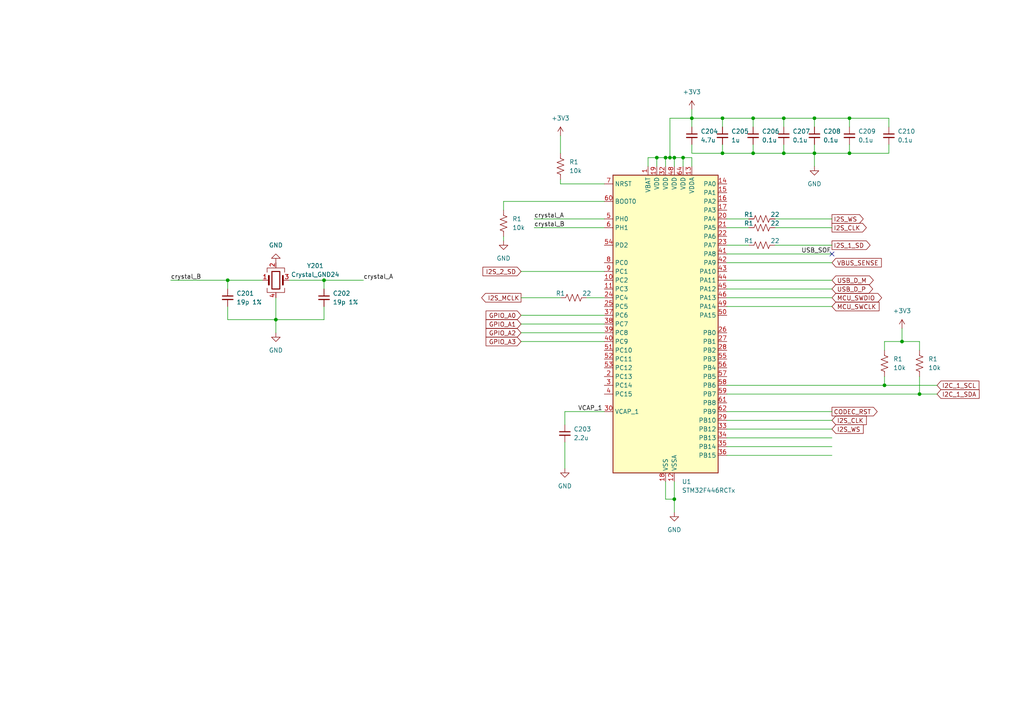
<source format=kicad_sch>
(kicad_sch (version 20230121) (generator eeschema)

  (uuid 528dbd19-c4fd-43e6-bbdd-a7d715743acf)

  (paper "A4")

  (lib_symbols
    (symbol "Device:C_Small" (pin_numbers hide) (pin_names (offset 0.254) hide) (in_bom yes) (on_board yes)
      (property "Reference" "C" (at 0.254 1.778 0)
        (effects (font (size 1.27 1.27)) (justify left))
      )
      (property "Value" "C_Small" (at 0.254 -2.032 0)
        (effects (font (size 1.27 1.27)) (justify left))
      )
      (property "Footprint" "" (at 0 0 0)
        (effects (font (size 1.27 1.27)) hide)
      )
      (property "Datasheet" "~" (at 0 0 0)
        (effects (font (size 1.27 1.27)) hide)
      )
      (property "ki_keywords" "capacitor cap" (at 0 0 0)
        (effects (font (size 1.27 1.27)) hide)
      )
      (property "ki_description" "Unpolarized capacitor, small symbol" (at 0 0 0)
        (effects (font (size 1.27 1.27)) hide)
      )
      (property "ki_fp_filters" "C_*" (at 0 0 0)
        (effects (font (size 1.27 1.27)) hide)
      )
      (symbol "C_Small_0_1"
        (polyline
          (pts
            (xy -1.524 -0.508)
            (xy 1.524 -0.508)
          )
          (stroke (width 0.3302) (type default))
          (fill (type none))
        )
        (polyline
          (pts
            (xy -1.524 0.508)
            (xy 1.524 0.508)
          )
          (stroke (width 0.3048) (type default))
          (fill (type none))
        )
      )
      (symbol "C_Small_1_1"
        (pin passive line (at 0 2.54 270) (length 2.032)
          (name "~" (effects (font (size 1.27 1.27))))
          (number "1" (effects (font (size 1.27 1.27))))
        )
        (pin passive line (at 0 -2.54 90) (length 2.032)
          (name "~" (effects (font (size 1.27 1.27))))
          (number "2" (effects (font (size 1.27 1.27))))
        )
      )
    )
    (symbol "Device:Crystal_GND24" (pin_names (offset 1.016) hide) (in_bom yes) (on_board yes)
      (property "Reference" "Y" (at 3.175 5.08 0)
        (effects (font (size 1.27 1.27)) (justify left))
      )
      (property "Value" "Crystal_GND24" (at 3.175 3.175 0)
        (effects (font (size 1.27 1.27)) (justify left))
      )
      (property "Footprint" "" (at 0 0 0)
        (effects (font (size 1.27 1.27)) hide)
      )
      (property "Datasheet" "~" (at 0 0 0)
        (effects (font (size 1.27 1.27)) hide)
      )
      (property "ki_keywords" "quartz ceramic resonator oscillator" (at 0 0 0)
        (effects (font (size 1.27 1.27)) hide)
      )
      (property "ki_description" "Four pin crystal, GND on pins 2 and 4" (at 0 0 0)
        (effects (font (size 1.27 1.27)) hide)
      )
      (property "ki_fp_filters" "Crystal*" (at 0 0 0)
        (effects (font (size 1.27 1.27)) hide)
      )
      (symbol "Crystal_GND24_0_1"
        (rectangle (start -1.143 2.54) (end 1.143 -2.54)
          (stroke (width 0.3048) (type default))
          (fill (type none))
        )
        (polyline
          (pts
            (xy -2.54 0)
            (xy -2.032 0)
          )
          (stroke (width 0) (type default))
          (fill (type none))
        )
        (polyline
          (pts
            (xy -2.032 -1.27)
            (xy -2.032 1.27)
          )
          (stroke (width 0.508) (type default))
          (fill (type none))
        )
        (polyline
          (pts
            (xy 0 -3.81)
            (xy 0 -3.556)
          )
          (stroke (width 0) (type default))
          (fill (type none))
        )
        (polyline
          (pts
            (xy 0 3.556)
            (xy 0 3.81)
          )
          (stroke (width 0) (type default))
          (fill (type none))
        )
        (polyline
          (pts
            (xy 2.032 -1.27)
            (xy 2.032 1.27)
          )
          (stroke (width 0.508) (type default))
          (fill (type none))
        )
        (polyline
          (pts
            (xy 2.032 0)
            (xy 2.54 0)
          )
          (stroke (width 0) (type default))
          (fill (type none))
        )
        (polyline
          (pts
            (xy -2.54 -2.286)
            (xy -2.54 -3.556)
            (xy 2.54 -3.556)
            (xy 2.54 -2.286)
          )
          (stroke (width 0) (type default))
          (fill (type none))
        )
        (polyline
          (pts
            (xy -2.54 2.286)
            (xy -2.54 3.556)
            (xy 2.54 3.556)
            (xy 2.54 2.286)
          )
          (stroke (width 0) (type default))
          (fill (type none))
        )
      )
      (symbol "Crystal_GND24_1_1"
        (pin passive line (at -3.81 0 0) (length 1.27)
          (name "1" (effects (font (size 1.27 1.27))))
          (number "1" (effects (font (size 1.27 1.27))))
        )
        (pin passive line (at 0 5.08 270) (length 1.27)
          (name "2" (effects (font (size 1.27 1.27))))
          (number "2" (effects (font (size 1.27 1.27))))
        )
        (pin passive line (at 3.81 0 180) (length 1.27)
          (name "3" (effects (font (size 1.27 1.27))))
          (number "3" (effects (font (size 1.27 1.27))))
        )
        (pin passive line (at 0 -5.08 90) (length 1.27)
          (name "4" (effects (font (size 1.27 1.27))))
          (number "4" (effects (font (size 1.27 1.27))))
        )
      )
    )
    (symbol "Device:R_US" (pin_numbers hide) (pin_names (offset 0)) (in_bom yes) (on_board yes)
      (property "Reference" "R" (at 2.54 0 90)
        (effects (font (size 1.27 1.27)))
      )
      (property "Value" "R_US" (at -2.54 0 90)
        (effects (font (size 1.27 1.27)))
      )
      (property "Footprint" "" (at 1.016 -0.254 90)
        (effects (font (size 1.27 1.27)) hide)
      )
      (property "Datasheet" "~" (at 0 0 0)
        (effects (font (size 1.27 1.27)) hide)
      )
      (property "ki_keywords" "R res resistor" (at 0 0 0)
        (effects (font (size 1.27 1.27)) hide)
      )
      (property "ki_description" "Resistor, US symbol" (at 0 0 0)
        (effects (font (size 1.27 1.27)) hide)
      )
      (property "ki_fp_filters" "R_*" (at 0 0 0)
        (effects (font (size 1.27 1.27)) hide)
      )
      (symbol "R_US_0_1"
        (polyline
          (pts
            (xy 0 -2.286)
            (xy 0 -2.54)
          )
          (stroke (width 0) (type default))
          (fill (type none))
        )
        (polyline
          (pts
            (xy 0 2.286)
            (xy 0 2.54)
          )
          (stroke (width 0) (type default))
          (fill (type none))
        )
        (polyline
          (pts
            (xy 0 -0.762)
            (xy 1.016 -1.143)
            (xy 0 -1.524)
            (xy -1.016 -1.905)
            (xy 0 -2.286)
          )
          (stroke (width 0) (type default))
          (fill (type none))
        )
        (polyline
          (pts
            (xy 0 0.762)
            (xy 1.016 0.381)
            (xy 0 0)
            (xy -1.016 -0.381)
            (xy 0 -0.762)
          )
          (stroke (width 0) (type default))
          (fill (type none))
        )
        (polyline
          (pts
            (xy 0 2.286)
            (xy 1.016 1.905)
            (xy 0 1.524)
            (xy -1.016 1.143)
            (xy 0 0.762)
          )
          (stroke (width 0) (type default))
          (fill (type none))
        )
      )
      (symbol "R_US_1_1"
        (pin passive line (at 0 3.81 270) (length 1.27)
          (name "~" (effects (font (size 1.27 1.27))))
          (number "1" (effects (font (size 1.27 1.27))))
        )
        (pin passive line (at 0 -3.81 90) (length 1.27)
          (name "~" (effects (font (size 1.27 1.27))))
          (number "2" (effects (font (size 1.27 1.27))))
        )
      )
    )
    (symbol "MCU_ST_STM32F4:STM32F446RCTx" (in_bom yes) (on_board yes)
      (property "Reference" "U" (at -15.24 44.45 0)
        (effects (font (size 1.27 1.27)) (justify left))
      )
      (property "Value" "STM32F446RCTx" (at 10.16 44.45 0)
        (effects (font (size 1.27 1.27)) (justify left))
      )
      (property "Footprint" "Package_QFP:LQFP-64_10x10mm_P0.5mm" (at -15.24 -43.18 0)
        (effects (font (size 1.27 1.27)) (justify right) hide)
      )
      (property "Datasheet" "https://www.st.com/resource/en/datasheet/stm32f446rc.pdf" (at 0 0 0)
        (effects (font (size 1.27 1.27)) hide)
      )
      (property "ki_locked" "" (at 0 0 0)
        (effects (font (size 1.27 1.27)))
      )
      (property "ki_keywords" "Arm Cortex-M4 STM32F4 STM32F446" (at 0 0 0)
        (effects (font (size 1.27 1.27)) hide)
      )
      (property "ki_description" "STMicroelectronics Arm Cortex-M4 MCU, 256KB flash, 128KB RAM, 180 MHz, 1.8-3.6V, 50 GPIO, LQFP64" (at 0 0 0)
        (effects (font (size 1.27 1.27)) hide)
      )
      (property "ki_fp_filters" "LQFP*10x10mm*P0.5mm*" (at 0 0 0)
        (effects (font (size 1.27 1.27)) hide)
      )
      (symbol "STM32F446RCTx_0_1"
        (rectangle (start -15.24 -43.18) (end 15.24 43.18)
          (stroke (width 0.254) (type default))
          (fill (type background))
        )
      )
      (symbol "STM32F446RCTx_1_1"
        (pin power_in line (at -5.08 45.72 270) (length 2.54)
          (name "VBAT" (effects (font (size 1.27 1.27))))
          (number "1" (effects (font (size 1.27 1.27))))
        )
        (pin bidirectional line (at -17.78 12.7 0) (length 2.54)
          (name "PC2" (effects (font (size 1.27 1.27))))
          (number "10" (effects (font (size 1.27 1.27))))
          (alternate "ADC1_IN12" bidirectional line)
          (alternate "ADC2_IN12" bidirectional line)
          (alternate "ADC3_IN12" bidirectional line)
          (alternate "SPI2_MISO" bidirectional line)
          (alternate "USB_OTG_HS_ULPI_DIR" bidirectional line)
        )
        (pin bidirectional line (at -17.78 10.16 0) (length 2.54)
          (name "PC3" (effects (font (size 1.27 1.27))))
          (number "11" (effects (font (size 1.27 1.27))))
          (alternate "ADC1_IN13" bidirectional line)
          (alternate "ADC2_IN13" bidirectional line)
          (alternate "ADC3_IN13" bidirectional line)
          (alternate "I2S2_SD" bidirectional line)
          (alternate "SPI2_MOSI" bidirectional line)
          (alternate "USB_OTG_HS_ULPI_NXT" bidirectional line)
        )
        (pin power_in line (at 2.54 -45.72 90) (length 2.54)
          (name "VSSA" (effects (font (size 1.27 1.27))))
          (number "12" (effects (font (size 1.27 1.27))))
        )
        (pin power_in line (at 7.62 45.72 270) (length 2.54)
          (name "VDDA" (effects (font (size 1.27 1.27))))
          (number "13" (effects (font (size 1.27 1.27))))
        )
        (pin bidirectional line (at 17.78 40.64 180) (length 2.54)
          (name "PA0" (effects (font (size 1.27 1.27))))
          (number "14" (effects (font (size 1.27 1.27))))
          (alternate "ADC1_IN0" bidirectional line)
          (alternate "ADC2_IN0" bidirectional line)
          (alternate "ADC3_IN0" bidirectional line)
          (alternate "RTC_AF2" bidirectional line)
          (alternate "SYS_WKUP0" bidirectional line)
          (alternate "TIM2_CH1" bidirectional line)
          (alternate "TIM2_ETR" bidirectional line)
          (alternate "TIM5_CH1" bidirectional line)
          (alternate "TIM8_ETR" bidirectional line)
          (alternate "UART4_TX" bidirectional line)
          (alternate "USART2_CTS" bidirectional line)
        )
        (pin bidirectional line (at 17.78 38.1 180) (length 2.54)
          (name "PA1" (effects (font (size 1.27 1.27))))
          (number "15" (effects (font (size 1.27 1.27))))
          (alternate "ADC1_IN1" bidirectional line)
          (alternate "ADC2_IN1" bidirectional line)
          (alternate "ADC3_IN1" bidirectional line)
          (alternate "QUADSPI_BK1_IO3" bidirectional line)
          (alternate "TIM2_CH2" bidirectional line)
          (alternate "TIM5_CH2" bidirectional line)
          (alternate "UART4_RX" bidirectional line)
          (alternate "USART2_RTS" bidirectional line)
        )
        (pin bidirectional line (at 17.78 35.56 180) (length 2.54)
          (name "PA2" (effects (font (size 1.27 1.27))))
          (number "16" (effects (font (size 1.27 1.27))))
          (alternate "ADC1_IN2" bidirectional line)
          (alternate "ADC2_IN2" bidirectional line)
          (alternate "ADC3_IN2" bidirectional line)
          (alternate "TIM2_CH3" bidirectional line)
          (alternate "TIM5_CH3" bidirectional line)
          (alternate "TIM9_CH1" bidirectional line)
          (alternate "USART2_TX" bidirectional line)
        )
        (pin bidirectional line (at 17.78 33.02 180) (length 2.54)
          (name "PA3" (effects (font (size 1.27 1.27))))
          (number "17" (effects (font (size 1.27 1.27))))
          (alternate "ADC1_IN3" bidirectional line)
          (alternate "ADC2_IN3" bidirectional line)
          (alternate "ADC3_IN3" bidirectional line)
          (alternate "SAI1_FS_A" bidirectional line)
          (alternate "TIM2_CH4" bidirectional line)
          (alternate "TIM5_CH4" bidirectional line)
          (alternate "TIM9_CH2" bidirectional line)
          (alternate "USART2_RX" bidirectional line)
          (alternate "USB_OTG_HS_ULPI_D0" bidirectional line)
        )
        (pin power_in line (at 0 -45.72 90) (length 2.54)
          (name "VSS" (effects (font (size 1.27 1.27))))
          (number "18" (effects (font (size 1.27 1.27))))
        )
        (pin power_in line (at -2.54 45.72 270) (length 2.54)
          (name "VDD" (effects (font (size 1.27 1.27))))
          (number "19" (effects (font (size 1.27 1.27))))
        )
        (pin bidirectional line (at -17.78 -15.24 0) (length 2.54)
          (name "PC13" (effects (font (size 1.27 1.27))))
          (number "2" (effects (font (size 1.27 1.27))))
          (alternate "RTC_AF1" bidirectional line)
          (alternate "SYS_WKUP1" bidirectional line)
        )
        (pin bidirectional line (at 17.78 30.48 180) (length 2.54)
          (name "PA4" (effects (font (size 1.27 1.27))))
          (number "20" (effects (font (size 1.27 1.27))))
          (alternate "ADC1_IN4" bidirectional line)
          (alternate "ADC2_IN4" bidirectional line)
          (alternate "DAC_OUT1" bidirectional line)
          (alternate "DCMI_HSYNC" bidirectional line)
          (alternate "I2S1_WS" bidirectional line)
          (alternate "I2S3_WS" bidirectional line)
          (alternate "SPI1_NSS" bidirectional line)
          (alternate "SPI3_NSS" bidirectional line)
          (alternate "USART2_CK" bidirectional line)
          (alternate "USB_OTG_HS_SOF" bidirectional line)
        )
        (pin bidirectional line (at 17.78 27.94 180) (length 2.54)
          (name "PA5" (effects (font (size 1.27 1.27))))
          (number "21" (effects (font (size 1.27 1.27))))
          (alternate "ADC1_IN5" bidirectional line)
          (alternate "ADC2_IN5" bidirectional line)
          (alternate "DAC_OUT2" bidirectional line)
          (alternate "I2S1_CK" bidirectional line)
          (alternate "SPI1_SCK" bidirectional line)
          (alternate "TIM2_CH1" bidirectional line)
          (alternate "TIM2_ETR" bidirectional line)
          (alternate "TIM8_CH1N" bidirectional line)
          (alternate "USB_OTG_HS_ULPI_CK" bidirectional line)
        )
        (pin bidirectional line (at 17.78 25.4 180) (length 2.54)
          (name "PA6" (effects (font (size 1.27 1.27))))
          (number "22" (effects (font (size 1.27 1.27))))
          (alternate "ADC1_IN6" bidirectional line)
          (alternate "ADC2_IN6" bidirectional line)
          (alternate "DCMI_PIXCLK" bidirectional line)
          (alternate "I2S2_MCK" bidirectional line)
          (alternate "SPI1_MISO" bidirectional line)
          (alternate "TIM13_CH1" bidirectional line)
          (alternate "TIM1_BKIN" bidirectional line)
          (alternate "TIM3_CH1" bidirectional line)
          (alternate "TIM8_BKIN" bidirectional line)
        )
        (pin bidirectional line (at 17.78 22.86 180) (length 2.54)
          (name "PA7" (effects (font (size 1.27 1.27))))
          (number "23" (effects (font (size 1.27 1.27))))
          (alternate "ADC1_IN7" bidirectional line)
          (alternate "ADC2_IN7" bidirectional line)
          (alternate "I2S1_SD" bidirectional line)
          (alternate "SPI1_MOSI" bidirectional line)
          (alternate "TIM14_CH1" bidirectional line)
          (alternate "TIM1_CH1N" bidirectional line)
          (alternate "TIM3_CH2" bidirectional line)
          (alternate "TIM8_CH1N" bidirectional line)
        )
        (pin bidirectional line (at -17.78 7.62 0) (length 2.54)
          (name "PC4" (effects (font (size 1.27 1.27))))
          (number "24" (effects (font (size 1.27 1.27))))
          (alternate "ADC1_IN14" bidirectional line)
          (alternate "ADC2_IN14" bidirectional line)
          (alternate "I2S1_MCK" bidirectional line)
          (alternate "SPDIFRX_IN2" bidirectional line)
        )
        (pin bidirectional line (at -17.78 5.08 0) (length 2.54)
          (name "PC5" (effects (font (size 1.27 1.27))))
          (number "25" (effects (font (size 1.27 1.27))))
          (alternate "ADC1_IN15" bidirectional line)
          (alternate "ADC2_IN15" bidirectional line)
          (alternate "SPDIFRX_IN3" bidirectional line)
          (alternate "USART3_RX" bidirectional line)
        )
        (pin bidirectional line (at 17.78 -2.54 180) (length 2.54)
          (name "PB0" (effects (font (size 1.27 1.27))))
          (number "26" (effects (font (size 1.27 1.27))))
          (alternate "ADC1_IN8" bidirectional line)
          (alternate "ADC2_IN8" bidirectional line)
          (alternate "I2S3_SD" bidirectional line)
          (alternate "SDIO_D1" bidirectional line)
          (alternate "SPI3_MOSI" bidirectional line)
          (alternate "TIM1_CH2N" bidirectional line)
          (alternate "TIM3_CH3" bidirectional line)
          (alternate "TIM8_CH2N" bidirectional line)
          (alternate "UART4_CTS" bidirectional line)
          (alternate "USB_OTG_HS_ULPI_D1" bidirectional line)
        )
        (pin bidirectional line (at 17.78 -5.08 180) (length 2.54)
          (name "PB1" (effects (font (size 1.27 1.27))))
          (number "27" (effects (font (size 1.27 1.27))))
          (alternate "ADC1_IN9" bidirectional line)
          (alternate "ADC2_IN9" bidirectional line)
          (alternate "SDIO_D2" bidirectional line)
          (alternate "TIM1_CH3N" bidirectional line)
          (alternate "TIM3_CH4" bidirectional line)
          (alternate "TIM8_CH3N" bidirectional line)
          (alternate "USB_OTG_HS_ULPI_D2" bidirectional line)
        )
        (pin bidirectional line (at 17.78 -7.62 180) (length 2.54)
          (name "PB2" (effects (font (size 1.27 1.27))))
          (number "28" (effects (font (size 1.27 1.27))))
          (alternate "I2S3_SD" bidirectional line)
          (alternate "QUADSPI_CLK" bidirectional line)
          (alternate "SAI1_SD_A" bidirectional line)
          (alternate "SDIO_CK" bidirectional line)
          (alternate "SPI3_MOSI" bidirectional line)
          (alternate "TIM2_CH4" bidirectional line)
          (alternate "USB_OTG_HS_ULPI_D4" bidirectional line)
        )
        (pin bidirectional line (at 17.78 -27.94 180) (length 2.54)
          (name "PB10" (effects (font (size 1.27 1.27))))
          (number "29" (effects (font (size 1.27 1.27))))
          (alternate "I2C2_SCL" bidirectional line)
          (alternate "I2S2_CK" bidirectional line)
          (alternate "SAI1_SCK_A" bidirectional line)
          (alternate "SPI2_SCK" bidirectional line)
          (alternate "TIM2_CH3" bidirectional line)
          (alternate "USART3_TX" bidirectional line)
          (alternate "USB_OTG_HS_ULPI_D3" bidirectional line)
        )
        (pin bidirectional line (at -17.78 -17.78 0) (length 2.54)
          (name "PC14" (effects (font (size 1.27 1.27))))
          (number "3" (effects (font (size 1.27 1.27))))
          (alternate "RCC_OSC32_IN" bidirectional line)
        )
        (pin power_out line (at -17.78 -25.4 0) (length 2.54)
          (name "VCAP_1" (effects (font (size 1.27 1.27))))
          (number "30" (effects (font (size 1.27 1.27))))
        )
        (pin passive line (at 0 -45.72 90) (length 2.54) hide
          (name "VSS" (effects (font (size 1.27 1.27))))
          (number "31" (effects (font (size 1.27 1.27))))
        )
        (pin power_in line (at 0 45.72 270) (length 2.54)
          (name "VDD" (effects (font (size 1.27 1.27))))
          (number "32" (effects (font (size 1.27 1.27))))
        )
        (pin bidirectional line (at 17.78 -30.48 180) (length 2.54)
          (name "PB12" (effects (font (size 1.27 1.27))))
          (number "33" (effects (font (size 1.27 1.27))))
          (alternate "CAN2_RX" bidirectional line)
          (alternate "I2C2_SMBA" bidirectional line)
          (alternate "I2S2_WS" bidirectional line)
          (alternate "SAI1_SCK_B" bidirectional line)
          (alternate "SPI2_NSS" bidirectional line)
          (alternate "TIM1_BKIN" bidirectional line)
          (alternate "USART3_CK" bidirectional line)
          (alternate "USB_OTG_HS_ID" bidirectional line)
          (alternate "USB_OTG_HS_ULPI_D5" bidirectional line)
        )
        (pin bidirectional line (at 17.78 -33.02 180) (length 2.54)
          (name "PB13" (effects (font (size 1.27 1.27))))
          (number "34" (effects (font (size 1.27 1.27))))
          (alternate "CAN2_TX" bidirectional line)
          (alternate "I2S2_CK" bidirectional line)
          (alternate "SPI2_SCK" bidirectional line)
          (alternate "TIM1_CH1N" bidirectional line)
          (alternate "USART3_CTS" bidirectional line)
          (alternate "USB_OTG_HS_ULPI_D6" bidirectional line)
          (alternate "USB_OTG_HS_VBUS" bidirectional line)
        )
        (pin bidirectional line (at 17.78 -35.56 180) (length 2.54)
          (name "PB14" (effects (font (size 1.27 1.27))))
          (number "35" (effects (font (size 1.27 1.27))))
          (alternate "SPI2_MISO" bidirectional line)
          (alternate "TIM12_CH1" bidirectional line)
          (alternate "TIM1_CH2N" bidirectional line)
          (alternate "TIM8_CH2N" bidirectional line)
          (alternate "USART3_RTS" bidirectional line)
          (alternate "USB_OTG_HS_DM" bidirectional line)
        )
        (pin bidirectional line (at 17.78 -38.1 180) (length 2.54)
          (name "PB15" (effects (font (size 1.27 1.27))))
          (number "36" (effects (font (size 1.27 1.27))))
          (alternate "ADC1_EXTI15" bidirectional line)
          (alternate "ADC2_EXTI15" bidirectional line)
          (alternate "ADC3_EXTI15" bidirectional line)
          (alternate "I2S2_SD" bidirectional line)
          (alternate "RTC_REFIN" bidirectional line)
          (alternate "SPI2_MOSI" bidirectional line)
          (alternate "TIM12_CH2" bidirectional line)
          (alternate "TIM1_CH3N" bidirectional line)
          (alternate "TIM8_CH3N" bidirectional line)
          (alternate "USB_OTG_HS_DP" bidirectional line)
        )
        (pin bidirectional line (at -17.78 2.54 0) (length 2.54)
          (name "PC6" (effects (font (size 1.27 1.27))))
          (number "37" (effects (font (size 1.27 1.27))))
          (alternate "DCMI_D0" bidirectional line)
          (alternate "FMPI2C1_SCL" bidirectional line)
          (alternate "I2S2_MCK" bidirectional line)
          (alternate "SDIO_D6" bidirectional line)
          (alternate "TIM3_CH1" bidirectional line)
          (alternate "TIM8_CH1" bidirectional line)
          (alternate "USART6_TX" bidirectional line)
        )
        (pin bidirectional line (at -17.78 0 0) (length 2.54)
          (name "PC7" (effects (font (size 1.27 1.27))))
          (number "38" (effects (font (size 1.27 1.27))))
          (alternate "DCMI_D1" bidirectional line)
          (alternate "FMPI2C1_SDA" bidirectional line)
          (alternate "I2S2_CK" bidirectional line)
          (alternate "I2S3_MCK" bidirectional line)
          (alternate "SDIO_D7" bidirectional line)
          (alternate "SPDIFRX_IN1" bidirectional line)
          (alternate "SPI2_SCK" bidirectional line)
          (alternate "TIM3_CH2" bidirectional line)
          (alternate "TIM8_CH2" bidirectional line)
          (alternate "USART6_RX" bidirectional line)
        )
        (pin bidirectional line (at -17.78 -2.54 0) (length 2.54)
          (name "PC8" (effects (font (size 1.27 1.27))))
          (number "39" (effects (font (size 1.27 1.27))))
          (alternate "DCMI_D2" bidirectional line)
          (alternate "SDIO_D0" bidirectional line)
          (alternate "SYS_TRACED0" bidirectional line)
          (alternate "TIM3_CH3" bidirectional line)
          (alternate "TIM8_CH3" bidirectional line)
          (alternate "UART5_RTS" bidirectional line)
          (alternate "USART6_CK" bidirectional line)
        )
        (pin bidirectional line (at -17.78 -20.32 0) (length 2.54)
          (name "PC15" (effects (font (size 1.27 1.27))))
          (number "4" (effects (font (size 1.27 1.27))))
          (alternate "ADC1_EXTI15" bidirectional line)
          (alternate "ADC2_EXTI15" bidirectional line)
          (alternate "ADC3_EXTI15" bidirectional line)
          (alternate "RCC_OSC32_OUT" bidirectional line)
        )
        (pin bidirectional line (at -17.78 -5.08 0) (length 2.54)
          (name "PC9" (effects (font (size 1.27 1.27))))
          (number "40" (effects (font (size 1.27 1.27))))
          (alternate "DAC_EXTI9" bidirectional line)
          (alternate "DCMI_D3" bidirectional line)
          (alternate "I2C3_SDA" bidirectional line)
          (alternate "I2S_CKIN" bidirectional line)
          (alternate "QUADSPI_BK1_IO0" bidirectional line)
          (alternate "RCC_MCO_2" bidirectional line)
          (alternate "SDIO_D1" bidirectional line)
          (alternate "TIM3_CH4" bidirectional line)
          (alternate "TIM8_CH4" bidirectional line)
          (alternate "UART5_CTS" bidirectional line)
        )
        (pin bidirectional line (at 17.78 20.32 180) (length 2.54)
          (name "PA8" (effects (font (size 1.27 1.27))))
          (number "41" (effects (font (size 1.27 1.27))))
          (alternate "I2C3_SCL" bidirectional line)
          (alternate "RCC_MCO_1" bidirectional line)
          (alternate "TIM1_CH1" bidirectional line)
          (alternate "USART1_CK" bidirectional line)
          (alternate "USB_OTG_FS_SOF" bidirectional line)
        )
        (pin bidirectional line (at 17.78 17.78 180) (length 2.54)
          (name "PA9" (effects (font (size 1.27 1.27))))
          (number "42" (effects (font (size 1.27 1.27))))
          (alternate "DAC_EXTI9" bidirectional line)
          (alternate "DCMI_D0" bidirectional line)
          (alternate "I2C3_SMBA" bidirectional line)
          (alternate "I2S2_CK" bidirectional line)
          (alternate "SAI1_SD_B" bidirectional line)
          (alternate "SPI2_SCK" bidirectional line)
          (alternate "TIM1_CH2" bidirectional line)
          (alternate "USART1_TX" bidirectional line)
          (alternate "USB_OTG_FS_VBUS" bidirectional line)
        )
        (pin bidirectional line (at 17.78 15.24 180) (length 2.54)
          (name "PA10" (effects (font (size 1.27 1.27))))
          (number "43" (effects (font (size 1.27 1.27))))
          (alternate "DCMI_D1" bidirectional line)
          (alternate "TIM1_CH3" bidirectional line)
          (alternate "USART1_RX" bidirectional line)
          (alternate "USB_OTG_FS_ID" bidirectional line)
        )
        (pin bidirectional line (at 17.78 12.7 180) (length 2.54)
          (name "PA11" (effects (font (size 1.27 1.27))))
          (number "44" (effects (font (size 1.27 1.27))))
          (alternate "ADC1_EXTI11" bidirectional line)
          (alternate "ADC2_EXTI11" bidirectional line)
          (alternate "ADC3_EXTI11" bidirectional line)
          (alternate "CAN1_RX" bidirectional line)
          (alternate "TIM1_CH4" bidirectional line)
          (alternate "USART1_CTS" bidirectional line)
          (alternate "USB_OTG_FS_DM" bidirectional line)
        )
        (pin bidirectional line (at 17.78 10.16 180) (length 2.54)
          (name "PA12" (effects (font (size 1.27 1.27))))
          (number "45" (effects (font (size 1.27 1.27))))
          (alternate "CAN1_TX" bidirectional line)
          (alternate "TIM1_ETR" bidirectional line)
          (alternate "USART1_RTS" bidirectional line)
          (alternate "USB_OTG_FS_DP" bidirectional line)
        )
        (pin bidirectional line (at 17.78 7.62 180) (length 2.54)
          (name "PA13" (effects (font (size 1.27 1.27))))
          (number "46" (effects (font (size 1.27 1.27))))
          (alternate "SYS_JTMS-SWDIO" bidirectional line)
        )
        (pin passive line (at 0 -45.72 90) (length 2.54) hide
          (name "VSS" (effects (font (size 1.27 1.27))))
          (number "47" (effects (font (size 1.27 1.27))))
        )
        (pin power_in line (at 2.54 45.72 270) (length 2.54)
          (name "VDD" (effects (font (size 1.27 1.27))))
          (number "48" (effects (font (size 1.27 1.27))))
        )
        (pin bidirectional line (at 17.78 5.08 180) (length 2.54)
          (name "PA14" (effects (font (size 1.27 1.27))))
          (number "49" (effects (font (size 1.27 1.27))))
          (alternate "SYS_JTCK-SWCLK" bidirectional line)
        )
        (pin bidirectional line (at -17.78 30.48 0) (length 2.54)
          (name "PH0" (effects (font (size 1.27 1.27))))
          (number "5" (effects (font (size 1.27 1.27))))
          (alternate "RCC_OSC_IN" bidirectional line)
        )
        (pin bidirectional line (at 17.78 2.54 180) (length 2.54)
          (name "PA15" (effects (font (size 1.27 1.27))))
          (number "50" (effects (font (size 1.27 1.27))))
          (alternate "ADC1_EXTI15" bidirectional line)
          (alternate "ADC2_EXTI15" bidirectional line)
          (alternate "ADC3_EXTI15" bidirectional line)
          (alternate "CEC" bidirectional line)
          (alternate "I2S1_WS" bidirectional line)
          (alternate "I2S3_WS" bidirectional line)
          (alternate "SPI1_NSS" bidirectional line)
          (alternate "SPI3_NSS" bidirectional line)
          (alternate "SYS_JTDI" bidirectional line)
          (alternate "TIM2_CH1" bidirectional line)
          (alternate "TIM2_ETR" bidirectional line)
          (alternate "UART4_RTS" bidirectional line)
        )
        (pin bidirectional line (at -17.78 -7.62 0) (length 2.54)
          (name "PC10" (effects (font (size 1.27 1.27))))
          (number "51" (effects (font (size 1.27 1.27))))
          (alternate "DCMI_D8" bidirectional line)
          (alternate "I2S3_CK" bidirectional line)
          (alternate "QUADSPI_BK1_IO1" bidirectional line)
          (alternate "SDIO_D2" bidirectional line)
          (alternate "SPI3_SCK" bidirectional line)
          (alternate "UART4_TX" bidirectional line)
          (alternate "USART3_TX" bidirectional line)
        )
        (pin bidirectional line (at -17.78 -10.16 0) (length 2.54)
          (name "PC11" (effects (font (size 1.27 1.27))))
          (number "52" (effects (font (size 1.27 1.27))))
          (alternate "ADC1_EXTI11" bidirectional line)
          (alternate "ADC2_EXTI11" bidirectional line)
          (alternate "ADC3_EXTI11" bidirectional line)
          (alternate "DCMI_D4" bidirectional line)
          (alternate "QUADSPI_BK2_NCS" bidirectional line)
          (alternate "SDIO_D3" bidirectional line)
          (alternate "SPI3_MISO" bidirectional line)
          (alternate "UART4_RX" bidirectional line)
          (alternate "USART3_RX" bidirectional line)
        )
        (pin bidirectional line (at -17.78 -12.7 0) (length 2.54)
          (name "PC12" (effects (font (size 1.27 1.27))))
          (number "53" (effects (font (size 1.27 1.27))))
          (alternate "DCMI_D9" bidirectional line)
          (alternate "I2C2_SDA" bidirectional line)
          (alternate "I2S3_SD" bidirectional line)
          (alternate "SDIO_CK" bidirectional line)
          (alternate "SPI3_MOSI" bidirectional line)
          (alternate "UART5_TX" bidirectional line)
          (alternate "USART3_CK" bidirectional line)
        )
        (pin bidirectional line (at -17.78 22.86 0) (length 2.54)
          (name "PD2" (effects (font (size 1.27 1.27))))
          (number "54" (effects (font (size 1.27 1.27))))
          (alternate "DCMI_D11" bidirectional line)
          (alternate "SDIO_CMD" bidirectional line)
          (alternate "TIM3_ETR" bidirectional line)
          (alternate "UART5_RX" bidirectional line)
        )
        (pin bidirectional line (at 17.78 -10.16 180) (length 2.54)
          (name "PB3" (effects (font (size 1.27 1.27))))
          (number "55" (effects (font (size 1.27 1.27))))
          (alternate "I2C2_SDA" bidirectional line)
          (alternate "I2S1_CK" bidirectional line)
          (alternate "I2S3_CK" bidirectional line)
          (alternate "SPI1_SCK" bidirectional line)
          (alternate "SPI3_SCK" bidirectional line)
          (alternate "SYS_JTDO-SWO" bidirectional line)
          (alternate "TIM2_CH2" bidirectional line)
        )
        (pin bidirectional line (at 17.78 -12.7 180) (length 2.54)
          (name "PB4" (effects (font (size 1.27 1.27))))
          (number "56" (effects (font (size 1.27 1.27))))
          (alternate "I2C3_SDA" bidirectional line)
          (alternate "I2S2_WS" bidirectional line)
          (alternate "SPI1_MISO" bidirectional line)
          (alternate "SPI2_NSS" bidirectional line)
          (alternate "SPI3_MISO" bidirectional line)
          (alternate "SYS_JTRST" bidirectional line)
          (alternate "TIM3_CH1" bidirectional line)
        )
        (pin bidirectional line (at 17.78 -15.24 180) (length 2.54)
          (name "PB5" (effects (font (size 1.27 1.27))))
          (number "57" (effects (font (size 1.27 1.27))))
          (alternate "CAN2_RX" bidirectional line)
          (alternate "DCMI_D10" bidirectional line)
          (alternate "I2C1_SMBA" bidirectional line)
          (alternate "I2S1_SD" bidirectional line)
          (alternate "I2S3_SD" bidirectional line)
          (alternate "SPI1_MOSI" bidirectional line)
          (alternate "SPI3_MOSI" bidirectional line)
          (alternate "TIM3_CH2" bidirectional line)
          (alternate "USB_OTG_HS_ULPI_D7" bidirectional line)
        )
        (pin bidirectional line (at 17.78 -17.78 180) (length 2.54)
          (name "PB6" (effects (font (size 1.27 1.27))))
          (number "58" (effects (font (size 1.27 1.27))))
          (alternate "CAN2_TX" bidirectional line)
          (alternate "CEC" bidirectional line)
          (alternate "DCMI_D5" bidirectional line)
          (alternate "I2C1_SCL" bidirectional line)
          (alternate "QUADSPI_BK1_NCS" bidirectional line)
          (alternate "TIM4_CH1" bidirectional line)
          (alternate "USART1_TX" bidirectional line)
        )
        (pin bidirectional line (at 17.78 -20.32 180) (length 2.54)
          (name "PB7" (effects (font (size 1.27 1.27))))
          (number "59" (effects (font (size 1.27 1.27))))
          (alternate "DCMI_VSYNC" bidirectional line)
          (alternate "I2C1_SDA" bidirectional line)
          (alternate "SPDIFRX_IN0" bidirectional line)
          (alternate "TIM4_CH2" bidirectional line)
          (alternate "USART1_RX" bidirectional line)
        )
        (pin bidirectional line (at -17.78 27.94 0) (length 2.54)
          (name "PH1" (effects (font (size 1.27 1.27))))
          (number "6" (effects (font (size 1.27 1.27))))
          (alternate "RCC_OSC_OUT" bidirectional line)
        )
        (pin input line (at -17.78 35.56 0) (length 2.54)
          (name "BOOT0" (effects (font (size 1.27 1.27))))
          (number "60" (effects (font (size 1.27 1.27))))
        )
        (pin bidirectional line (at 17.78 -22.86 180) (length 2.54)
          (name "PB8" (effects (font (size 1.27 1.27))))
          (number "61" (effects (font (size 1.27 1.27))))
          (alternate "CAN1_RX" bidirectional line)
          (alternate "DCMI_D6" bidirectional line)
          (alternate "I2C1_SCL" bidirectional line)
          (alternate "SDIO_D4" bidirectional line)
          (alternate "TIM10_CH1" bidirectional line)
          (alternate "TIM2_CH1" bidirectional line)
          (alternate "TIM2_ETR" bidirectional line)
          (alternate "TIM4_CH3" bidirectional line)
        )
        (pin bidirectional line (at 17.78 -25.4 180) (length 2.54)
          (name "PB9" (effects (font (size 1.27 1.27))))
          (number "62" (effects (font (size 1.27 1.27))))
          (alternate "CAN1_TX" bidirectional line)
          (alternate "DAC_EXTI9" bidirectional line)
          (alternate "DCMI_D7" bidirectional line)
          (alternate "I2C1_SDA" bidirectional line)
          (alternate "I2S2_WS" bidirectional line)
          (alternate "SAI1_FS_B" bidirectional line)
          (alternate "SDIO_D5" bidirectional line)
          (alternate "SPI2_NSS" bidirectional line)
          (alternate "TIM11_CH1" bidirectional line)
          (alternate "TIM2_CH2" bidirectional line)
          (alternate "TIM4_CH4" bidirectional line)
        )
        (pin passive line (at 0 -45.72 90) (length 2.54) hide
          (name "VSS" (effects (font (size 1.27 1.27))))
          (number "63" (effects (font (size 1.27 1.27))))
        )
        (pin power_in line (at 5.08 45.72 270) (length 2.54)
          (name "VDD" (effects (font (size 1.27 1.27))))
          (number "64" (effects (font (size 1.27 1.27))))
        )
        (pin input line (at -17.78 40.64 0) (length 2.54)
          (name "NRST" (effects (font (size 1.27 1.27))))
          (number "7" (effects (font (size 1.27 1.27))))
        )
        (pin bidirectional line (at -17.78 17.78 0) (length 2.54)
          (name "PC0" (effects (font (size 1.27 1.27))))
          (number "8" (effects (font (size 1.27 1.27))))
          (alternate "ADC1_IN10" bidirectional line)
          (alternate "ADC2_IN10" bidirectional line)
          (alternate "ADC3_IN10" bidirectional line)
          (alternate "SAI1_MCLK_B" bidirectional line)
          (alternate "USB_OTG_HS_ULPI_STP" bidirectional line)
        )
        (pin bidirectional line (at -17.78 15.24 0) (length 2.54)
          (name "PC1" (effects (font (size 1.27 1.27))))
          (number "9" (effects (font (size 1.27 1.27))))
          (alternate "ADC1_IN11" bidirectional line)
          (alternate "ADC2_IN11" bidirectional line)
          (alternate "ADC3_IN11" bidirectional line)
          (alternate "I2S2_SD" bidirectional line)
          (alternate "I2S3_SD" bidirectional line)
          (alternate "SAI1_SD_A" bidirectional line)
          (alternate "SPI2_MOSI" bidirectional line)
          (alternate "SPI3_MOSI" bidirectional line)
        )
      )
    )
    (symbol "power:+3V3" (power) (pin_names (offset 0)) (in_bom yes) (on_board yes)
      (property "Reference" "#PWR" (at 0 -3.81 0)
        (effects (font (size 1.27 1.27)) hide)
      )
      (property "Value" "+3V3" (at 0 3.556 0)
        (effects (font (size 1.27 1.27)))
      )
      (property "Footprint" "" (at 0 0 0)
        (effects (font (size 1.27 1.27)) hide)
      )
      (property "Datasheet" "" (at 0 0 0)
        (effects (font (size 1.27 1.27)) hide)
      )
      (property "ki_keywords" "global power" (at 0 0 0)
        (effects (font (size 1.27 1.27)) hide)
      )
      (property "ki_description" "Power symbol creates a global label with name \"+3V3\"" (at 0 0 0)
        (effects (font (size 1.27 1.27)) hide)
      )
      (symbol "+3V3_0_1"
        (polyline
          (pts
            (xy -0.762 1.27)
            (xy 0 2.54)
          )
          (stroke (width 0) (type default))
          (fill (type none))
        )
        (polyline
          (pts
            (xy 0 0)
            (xy 0 2.54)
          )
          (stroke (width 0) (type default))
          (fill (type none))
        )
        (polyline
          (pts
            (xy 0 2.54)
            (xy 0.762 1.27)
          )
          (stroke (width 0) (type default))
          (fill (type none))
        )
      )
      (symbol "+3V3_1_1"
        (pin power_in line (at 0 0 90) (length 0) hide
          (name "+3V3" (effects (font (size 1.27 1.27))))
          (number "1" (effects (font (size 1.27 1.27))))
        )
      )
    )
    (symbol "power:GND" (power) (pin_names (offset 0)) (in_bom yes) (on_board yes)
      (property "Reference" "#PWR" (at 0 -6.35 0)
        (effects (font (size 1.27 1.27)) hide)
      )
      (property "Value" "GND" (at 0 -3.81 0)
        (effects (font (size 1.27 1.27)))
      )
      (property "Footprint" "" (at 0 0 0)
        (effects (font (size 1.27 1.27)) hide)
      )
      (property "Datasheet" "" (at 0 0 0)
        (effects (font (size 1.27 1.27)) hide)
      )
      (property "ki_keywords" "global power" (at 0 0 0)
        (effects (font (size 1.27 1.27)) hide)
      )
      (property "ki_description" "Power symbol creates a global label with name \"GND\" , ground" (at 0 0 0)
        (effects (font (size 1.27 1.27)) hide)
      )
      (symbol "GND_0_1"
        (polyline
          (pts
            (xy 0 0)
            (xy 0 -1.27)
            (xy 1.27 -1.27)
            (xy 0 -2.54)
            (xy -1.27 -1.27)
            (xy 0 -1.27)
          )
          (stroke (width 0) (type default))
          (fill (type none))
        )
      )
      (symbol "GND_1_1"
        (pin power_in line (at 0 0 270) (length 0) hide
          (name "GND" (effects (font (size 1.27 1.27))))
          (number "1" (effects (font (size 1.27 1.27))))
        )
      )
    )
  )

  (junction (at 236.22 44.45) (diameter 0) (color 0 0 0 0)
    (uuid 11bc4b10-3bad-4094-b0cc-4849992d5479)
  )
  (junction (at 195.58 45.72) (diameter 0) (color 0 0 0 0)
    (uuid 2448886e-03f6-480a-bdb7-c34edc090d3a)
  )
  (junction (at 266.7 114.3) (diameter 0) (color 0 0 0 0)
    (uuid 2752bc2d-6842-4dee-b0a1-be2912cf00ad)
  )
  (junction (at 246.38 44.45) (diameter 0) (color 0 0 0 0)
    (uuid 2a9f3408-7a42-4dff-a2be-593b6bf19178)
  )
  (junction (at 209.55 44.45) (diameter 0) (color 0 0 0 0)
    (uuid 448a17a4-0f44-4c06-b759-a860b20fe9d1)
  )
  (junction (at 261.62 99.06) (diameter 0) (color 0 0 0 0)
    (uuid 47fded73-283d-47f0-a8f5-8bc25e66ac9d)
  )
  (junction (at 194.31 45.72) (diameter 0) (color 0 0 0 0)
    (uuid 4a498d66-2b4b-4804-9bcd-289c3af46f58)
  )
  (junction (at 198.12 45.72) (diameter 0) (color 0 0 0 0)
    (uuid 4e5fd20e-7afa-40d0-acfb-948adfe159c1)
  )
  (junction (at 218.44 44.45) (diameter 0) (color 0 0 0 0)
    (uuid 57815514-99d6-4ec8-86b8-e6981ed0cd75)
  )
  (junction (at 227.33 34.29) (diameter 0) (color 0 0 0 0)
    (uuid 71fd4a2a-0f86-437d-b4ed-9f9ae486cbb0)
  )
  (junction (at 193.04 45.72) (diameter 0) (color 0 0 0 0)
    (uuid 7c5ac0b2-e115-4458-9594-ea1f439a94bc)
  )
  (junction (at 80.01 92.71) (diameter 0) (color 0 0 0 0)
    (uuid 8353a194-b516-4955-a377-a88061293108)
  )
  (junction (at 200.66 34.29) (diameter 0) (color 0 0 0 0)
    (uuid 8445e7b7-3f7e-4948-9cb3-807c1b3e2315)
  )
  (junction (at 227.33 44.45) (diameter 0) (color 0 0 0 0)
    (uuid 88cad55d-1832-4593-b2f6-de684c720dd4)
  )
  (junction (at 66.04 81.28) (diameter 0) (color 0 0 0 0)
    (uuid a23e5ad5-c414-4613-8d9e-67c24f7bc817)
  )
  (junction (at 256.54 111.76) (diameter 0) (color 0 0 0 0)
    (uuid a8a9677c-953c-491f-aa0b-00432abe553b)
  )
  (junction (at 246.38 34.29) (diameter 0) (color 0 0 0 0)
    (uuid ce324507-857d-4d29-9b93-e71226d1c3b7)
  )
  (junction (at 218.44 34.29) (diameter 0) (color 0 0 0 0)
    (uuid d2ddf3a7-3b47-495b-8932-6f9ff3e22749)
  )
  (junction (at 236.22 34.29) (diameter 0) (color 0 0 0 0)
    (uuid d471f5a0-01a5-4372-958c-d928dec05717)
  )
  (junction (at 93.98 81.28) (diameter 0) (color 0 0 0 0)
    (uuid d5f0a6d7-1a9d-4ba3-8e80-bfc46e5a8834)
  )
  (junction (at 195.58 144.78) (diameter 0) (color 0 0 0 0)
    (uuid d700b147-afa4-47a5-a69e-d3b03a643e90)
  )
  (junction (at 190.5 45.72) (diameter 0) (color 0 0 0 0)
    (uuid e6141c3e-175b-4981-a5da-418ef11a7fa1)
  )
  (junction (at 209.55 34.29) (diameter 0) (color 0 0 0 0)
    (uuid f3204563-b884-4d7b-896d-b3026c682232)
  )

  (no_connect (at 241.3 73.66) (uuid a73eba9c-7405-4809-82c2-9732327f8524))

  (wire (pts (xy 227.33 34.29) (xy 236.22 34.29))
    (stroke (width 0) (type default))
    (uuid 003dea88-54e8-4139-9b4c-15ea9ed4eba1)
  )
  (wire (pts (xy 195.58 45.72) (xy 198.12 45.72))
    (stroke (width 0) (type default))
    (uuid 00c3e545-b8fc-4a1b-b862-b0e0dff9684d)
  )
  (wire (pts (xy 200.66 34.29) (xy 200.66 36.83))
    (stroke (width 0) (type default))
    (uuid 04ed939d-7a67-4521-9773-919d2176505f)
  )
  (wire (pts (xy 210.82 111.76) (xy 256.54 111.76))
    (stroke (width 0) (type default))
    (uuid 0770e7cf-ee3b-47ef-8c29-f244242b35f9)
  )
  (wire (pts (xy 163.83 128.27) (xy 163.83 135.89))
    (stroke (width 0) (type default))
    (uuid 08913edf-47bb-4237-bcda-28f48de4be75)
  )
  (wire (pts (xy 256.54 111.76) (xy 271.78 111.76))
    (stroke (width 0) (type default))
    (uuid 0d0980f7-c4e1-4026-99da-229891010c85)
  )
  (wire (pts (xy 187.96 45.72) (xy 190.5 45.72))
    (stroke (width 0) (type default))
    (uuid 102ab1e5-292a-4ff7-87f4-40d216f09bf9)
  )
  (wire (pts (xy 193.04 139.7) (xy 193.04 144.78))
    (stroke (width 0) (type default))
    (uuid 13a12baa-a72d-43ca-a5b7-929c3652fbc4)
  )
  (wire (pts (xy 224.79 71.12) (xy 241.3 71.12))
    (stroke (width 0) (type default))
    (uuid 1db1e438-fb11-43d3-94b0-66bc0f474fbc)
  )
  (wire (pts (xy 190.5 45.72) (xy 193.04 45.72))
    (stroke (width 0) (type default))
    (uuid 1f2c2fdb-6a89-4b46-a665-be7805e6d886)
  )
  (wire (pts (xy 210.82 86.36) (xy 241.3 86.36))
    (stroke (width 0) (type default))
    (uuid 208ec78b-2aee-49eb-a58c-c87802dbe68a)
  )
  (wire (pts (xy 194.31 45.72) (xy 195.58 45.72))
    (stroke (width 0) (type default))
    (uuid 216f71b5-451d-4360-a764-06824fde02bd)
  )
  (wire (pts (xy 193.04 45.72) (xy 194.31 45.72))
    (stroke (width 0) (type default))
    (uuid 22e1fcd8-6e94-4bed-b379-dd0a2bdc6f97)
  )
  (wire (pts (xy 198.12 45.72) (xy 198.12 48.26))
    (stroke (width 0) (type default))
    (uuid 254fbf50-5947-4be5-90b5-661d827aaaeb)
  )
  (wire (pts (xy 257.81 36.83) (xy 257.81 34.29))
    (stroke (width 0) (type default))
    (uuid 287c857b-727f-4fda-9ed3-c8fd8f6c50dc)
  )
  (wire (pts (xy 151.13 78.74) (xy 175.26 78.74))
    (stroke (width 0) (type default))
    (uuid 296e81e2-452b-4147-ac9c-a1c8f44b6065)
  )
  (wire (pts (xy 256.54 109.22) (xy 256.54 111.76))
    (stroke (width 0) (type default))
    (uuid 2c78dc91-f417-4b8e-8120-49fdc8d04bb0)
  )
  (wire (pts (xy 218.44 34.29) (xy 227.33 34.29))
    (stroke (width 0) (type default))
    (uuid 2e978a29-e3f3-40e5-b4ad-00c46e32655a)
  )
  (wire (pts (xy 236.22 34.29) (xy 246.38 34.29))
    (stroke (width 0) (type default))
    (uuid 304dcef1-f059-4482-accc-9f73413f2289)
  )
  (wire (pts (xy 187.96 48.26) (xy 187.96 45.72))
    (stroke (width 0) (type default))
    (uuid 398f5aa6-e9e5-44f6-aa1a-5a960951a8d2)
  )
  (wire (pts (xy 80.01 92.71) (xy 80.01 86.36))
    (stroke (width 0) (type default))
    (uuid 3aa6376b-e26d-42d6-8e07-7e3589afe83d)
  )
  (wire (pts (xy 151.13 86.36) (xy 162.56 86.36))
    (stroke (width 0) (type default))
    (uuid 3c81e1fb-5877-4ba4-b49d-d37f05b31df2)
  )
  (wire (pts (xy 210.82 73.66) (xy 241.3 73.66))
    (stroke (width 0) (type default))
    (uuid 4174eded-2567-49a7-a637-c332ad09ffcf)
  )
  (wire (pts (xy 163.83 119.38) (xy 175.26 119.38))
    (stroke (width 0) (type default))
    (uuid 437bf9bb-67f1-4a05-93d8-75e6d37c9499)
  )
  (wire (pts (xy 210.82 124.46) (xy 241.3 124.46))
    (stroke (width 0) (type default))
    (uuid 451e80f9-7a9f-411d-8984-d548f06efa33)
  )
  (wire (pts (xy 163.83 119.38) (xy 163.83 123.19))
    (stroke (width 0) (type default))
    (uuid 47fe8770-311d-4377-bc71-853079e25c5e)
  )
  (wire (pts (xy 209.55 44.45) (xy 218.44 44.45))
    (stroke (width 0) (type default))
    (uuid 4978aebc-f14c-4783-8b42-b3caead78a39)
  )
  (wire (pts (xy 210.82 127) (xy 241.3 127))
    (stroke (width 0) (type default))
    (uuid 49cf861f-c9cb-44d3-a59e-652b951cc22c)
  )
  (wire (pts (xy 266.7 114.3) (xy 271.78 114.3))
    (stroke (width 0) (type default))
    (uuid 4bbfc2a5-3d3f-49dc-b454-7c1850bd2726)
  )
  (wire (pts (xy 224.79 66.04) (xy 241.3 66.04))
    (stroke (width 0) (type default))
    (uuid 4c4ad295-7eb2-44c3-87a0-8e0d5fdd660e)
  )
  (wire (pts (xy 261.62 95.25) (xy 261.62 99.06))
    (stroke (width 0) (type default))
    (uuid 513b64d1-a981-4609-8d5b-072086d92943)
  )
  (wire (pts (xy 170.18 86.36) (xy 175.26 86.36))
    (stroke (width 0) (type default))
    (uuid 53c59022-0aad-4819-9cbf-276ef4cff312)
  )
  (wire (pts (xy 200.66 31.75) (xy 200.66 34.29))
    (stroke (width 0) (type default))
    (uuid 541a6559-f5ee-4561-ba88-cfc40d9717b1)
  )
  (wire (pts (xy 200.66 34.29) (xy 194.31 34.29))
    (stroke (width 0) (type default))
    (uuid 56694e12-b6a0-4d52-9e0c-6c2e253d7da0)
  )
  (wire (pts (xy 246.38 44.45) (xy 257.81 44.45))
    (stroke (width 0) (type default))
    (uuid 5a0bb479-b17a-49f7-a136-9dfbe4273edb)
  )
  (wire (pts (xy 190.5 45.72) (xy 190.5 48.26))
    (stroke (width 0) (type default))
    (uuid 5bc97eae-e388-462d-bb1c-b7029411b92b)
  )
  (wire (pts (xy 236.22 44.45) (xy 236.22 41.91))
    (stroke (width 0) (type default))
    (uuid 5c231f21-b026-498c-bd63-e73a3140c333)
  )
  (wire (pts (xy 209.55 34.29) (xy 209.55 36.83))
    (stroke (width 0) (type default))
    (uuid 5c6c80d3-fd88-4088-b0da-5af2383e49b2)
  )
  (wire (pts (xy 210.82 63.5) (xy 217.17 63.5))
    (stroke (width 0) (type default))
    (uuid 5e5e5b08-cd13-447f-a2e3-a9fb5f2db57f)
  )
  (wire (pts (xy 210.82 88.9) (xy 241.3 88.9))
    (stroke (width 0) (type default))
    (uuid 678bbe8f-f28b-42be-9408-0561e78ee088)
  )
  (wire (pts (xy 194.31 34.29) (xy 194.31 45.72))
    (stroke (width 0) (type default))
    (uuid 6a3fbe93-8270-4c64-ad5d-7f48a8dc0251)
  )
  (wire (pts (xy 49.53 81.28) (xy 66.04 81.28))
    (stroke (width 0) (type default))
    (uuid 6f2cd5fe-942f-4987-beba-f0c786e3aedf)
  )
  (wire (pts (xy 200.66 45.72) (xy 200.66 48.26))
    (stroke (width 0) (type default))
    (uuid 73944437-6b1c-464f-87f7-4f45a50a56c6)
  )
  (wire (pts (xy 66.04 92.71) (xy 80.01 92.71))
    (stroke (width 0) (type default))
    (uuid 7796f262-ee30-4e4d-96c0-3f91a7d81371)
  )
  (wire (pts (xy 246.38 34.29) (xy 257.81 34.29))
    (stroke (width 0) (type default))
    (uuid 7d35e4e9-c407-424d-9a96-c08241e3fff2)
  )
  (wire (pts (xy 175.26 99.06) (xy 151.13 99.06))
    (stroke (width 0) (type default))
    (uuid 8399c26f-b1a4-4834-bc70-10b7fe91ba27)
  )
  (wire (pts (xy 266.7 99.06) (xy 266.7 101.6))
    (stroke (width 0) (type default))
    (uuid 844b72bc-29f5-45f9-8e20-07db31b6bd0c)
  )
  (wire (pts (xy 195.58 139.7) (xy 195.58 144.78))
    (stroke (width 0) (type default))
    (uuid 86e1c682-08ee-45e2-a5fb-ed567e09e1e3)
  )
  (wire (pts (xy 146.05 68.58) (xy 146.05 69.85))
    (stroke (width 0) (type default))
    (uuid 8b8f03f3-a3dd-4941-a229-d9ab1d5616d4)
  )
  (wire (pts (xy 195.58 144.78) (xy 195.58 148.59))
    (stroke (width 0) (type default))
    (uuid 8ec55cdf-9ca1-4488-9bb1-909797738769)
  )
  (wire (pts (xy 210.82 129.54) (xy 241.3 129.54))
    (stroke (width 0) (type default))
    (uuid 8f770f61-89a1-4def-a3b6-7f8cd0578e75)
  )
  (wire (pts (xy 151.13 91.44) (xy 175.26 91.44))
    (stroke (width 0) (type default))
    (uuid 928ca474-efa2-40df-bf28-8926710103d0)
  )
  (wire (pts (xy 146.05 58.42) (xy 146.05 60.96))
    (stroke (width 0) (type default))
    (uuid 93226438-5470-44f1-9640-fd47ef2d5326)
  )
  (wire (pts (xy 246.38 36.83) (xy 246.38 34.29))
    (stroke (width 0) (type default))
    (uuid 9cc7fc2a-a5a0-4858-bae3-261e84b58692)
  )
  (wire (pts (xy 236.22 44.45) (xy 236.22 48.26))
    (stroke (width 0) (type default))
    (uuid 9d10df6f-1c44-489b-8b9d-c781eaed1224)
  )
  (wire (pts (xy 209.55 41.91) (xy 209.55 44.45))
    (stroke (width 0) (type default))
    (uuid 9e4440f8-472d-454d-8bb9-20a932fa0551)
  )
  (wire (pts (xy 236.22 44.45) (xy 246.38 44.45))
    (stroke (width 0) (type default))
    (uuid 9f1a39c4-c19a-48ec-a3d8-82321f19b8c3)
  )
  (wire (pts (xy 93.98 81.28) (xy 93.98 83.82))
    (stroke (width 0) (type default))
    (uuid 9f8acd3f-ba1a-4a97-9fdf-8a633675c7c4)
  )
  (wire (pts (xy 80.01 96.52) (xy 80.01 92.71))
    (stroke (width 0) (type default))
    (uuid a25c48aa-5b35-4b24-8a48-af8eae6350be)
  )
  (wire (pts (xy 193.04 45.72) (xy 193.04 48.26))
    (stroke (width 0) (type default))
    (uuid a35327c6-0075-4c32-b23c-c04373bfb7af)
  )
  (wire (pts (xy 210.82 121.92) (xy 241.3 121.92))
    (stroke (width 0) (type default))
    (uuid a4f3c405-5374-4b39-97e2-fae5dc29d1a6)
  )
  (wire (pts (xy 210.82 83.82) (xy 241.3 83.82))
    (stroke (width 0) (type default))
    (uuid a66e8817-d3b8-439c-9ac2-18d5be5436a4)
  )
  (wire (pts (xy 146.05 58.42) (xy 175.26 58.42))
    (stroke (width 0) (type default))
    (uuid a94f4a64-331e-483c-b143-3a470340014b)
  )
  (wire (pts (xy 193.04 144.78) (xy 195.58 144.78))
    (stroke (width 0) (type default))
    (uuid ad1bb1a5-ad1a-4e62-af9e-213d8c4d1108)
  )
  (wire (pts (xy 210.82 76.2) (xy 241.3 76.2))
    (stroke (width 0) (type default))
    (uuid ae5f7c9d-7ed4-46a1-a823-41ccc845bf5f)
  )
  (wire (pts (xy 154.94 63.5) (xy 175.26 63.5))
    (stroke (width 0) (type default))
    (uuid b1842247-61be-423a-8171-d590916ab343)
  )
  (wire (pts (xy 257.81 44.45) (xy 257.81 41.91))
    (stroke (width 0) (type default))
    (uuid b5b46af9-887f-4a06-b0cc-06e8d2e37fb5)
  )
  (wire (pts (xy 210.82 81.28) (xy 241.3 81.28))
    (stroke (width 0) (type default))
    (uuid b6662ec2-db81-4a71-9a2f-d7c365e8e76b)
  )
  (wire (pts (xy 200.66 44.45) (xy 209.55 44.45))
    (stroke (width 0) (type default))
    (uuid b822d041-66eb-48c1-beaa-87a2bc0113ec)
  )
  (wire (pts (xy 218.44 44.45) (xy 227.33 44.45))
    (stroke (width 0) (type default))
    (uuid bac6a4de-0f88-436e-b1fa-8d3adcb710fe)
  )
  (wire (pts (xy 227.33 44.45) (xy 236.22 44.45))
    (stroke (width 0) (type default))
    (uuid bd3f4990-ac3a-4045-b7eb-e1927ec49616)
  )
  (wire (pts (xy 93.98 92.71) (xy 80.01 92.71))
    (stroke (width 0) (type default))
    (uuid bfa221cc-e499-43ab-87f4-84f7a1603c46)
  )
  (wire (pts (xy 227.33 41.91) (xy 227.33 44.45))
    (stroke (width 0) (type default))
    (uuid c221de81-5c27-433a-a825-ef572a8ad43d)
  )
  (wire (pts (xy 93.98 81.28) (xy 105.41 81.28))
    (stroke (width 0) (type default))
    (uuid c27d2aa3-c836-4cc7-b19d-2e654ac3a6ae)
  )
  (wire (pts (xy 210.82 71.12) (xy 217.17 71.12))
    (stroke (width 0) (type default))
    (uuid c96d8723-6281-4bd9-bb0f-6f4f5c5c92eb)
  )
  (wire (pts (xy 224.79 63.5) (xy 241.3 63.5))
    (stroke (width 0) (type default))
    (uuid cad86b17-c586-4aa9-a9d1-d05efc7c7738)
  )
  (wire (pts (xy 227.33 34.29) (xy 227.33 36.83))
    (stroke (width 0) (type default))
    (uuid cb7ab353-3a82-45e3-90f6-e4bf829cb8a8)
  )
  (wire (pts (xy 154.94 66.04) (xy 175.26 66.04))
    (stroke (width 0) (type default))
    (uuid d12831a8-330d-4698-bfad-2deba93ff918)
  )
  (wire (pts (xy 66.04 88.9) (xy 66.04 92.71))
    (stroke (width 0) (type default))
    (uuid d2138d89-16a3-4121-a874-7bf7c38f4ca8)
  )
  (wire (pts (xy 261.62 99.06) (xy 266.7 99.06))
    (stroke (width 0) (type default))
    (uuid d395a8d4-0400-42ff-ae1d-766d693f5e41)
  )
  (wire (pts (xy 83.82 81.28) (xy 93.98 81.28))
    (stroke (width 0) (type default))
    (uuid d6886d5f-da13-4686-a1b0-afa34829940a)
  )
  (wire (pts (xy 175.26 53.34) (xy 162.56 53.34))
    (stroke (width 0) (type default))
    (uuid d6c55a57-6cdb-4145-b5e0-755f69d5eb4b)
  )
  (wire (pts (xy 200.66 41.91) (xy 200.66 44.45))
    (stroke (width 0) (type default))
    (uuid d7ca0e67-1c40-42ba-8fa6-3343035fdd8d)
  )
  (wire (pts (xy 162.56 39.37) (xy 162.56 44.45))
    (stroke (width 0) (type default))
    (uuid d7d8cfd8-4a05-405d-973d-bc0ae1ce171d)
  )
  (wire (pts (xy 162.56 53.34) (xy 162.56 52.07))
    (stroke (width 0) (type default))
    (uuid d8ec2c6c-fd14-4223-94b2-48787311aa84)
  )
  (wire (pts (xy 210.82 132.08) (xy 241.3 132.08))
    (stroke (width 0) (type default))
    (uuid ddabd9f8-1f56-44a0-8a28-be0ffdad2da6)
  )
  (wire (pts (xy 151.13 96.52) (xy 175.26 96.52))
    (stroke (width 0) (type default))
    (uuid e0163a3b-d962-4989-bc2c-1993c80159af)
  )
  (wire (pts (xy 66.04 81.28) (xy 76.2 81.28))
    (stroke (width 0) (type default))
    (uuid e27cdfb6-7b36-42ac-88c6-65fcb3da60ac)
  )
  (wire (pts (xy 256.54 99.06) (xy 256.54 101.6))
    (stroke (width 0) (type default))
    (uuid e4645030-3936-4872-ac9d-dc9cfeffaa58)
  )
  (wire (pts (xy 198.12 45.72) (xy 200.66 45.72))
    (stroke (width 0) (type default))
    (uuid e54ea453-5fa7-418e-9ce1-53d9d12d3e6e)
  )
  (wire (pts (xy 261.62 99.06) (xy 256.54 99.06))
    (stroke (width 0) (type default))
    (uuid e56f907f-7e38-4e28-aa71-5b887e32f1fb)
  )
  (wire (pts (xy 236.22 34.29) (xy 236.22 36.83))
    (stroke (width 0) (type default))
    (uuid e712a5a9-a3ba-401e-8f93-10ecda4582bf)
  )
  (wire (pts (xy 209.55 34.29) (xy 218.44 34.29))
    (stroke (width 0) (type default))
    (uuid e8724c6a-9125-40b0-9bf4-f409c7de40bc)
  )
  (wire (pts (xy 246.38 44.45) (xy 246.38 41.91))
    (stroke (width 0) (type default))
    (uuid ea015567-a1ec-43e6-a3b4-3b376c29ebfb)
  )
  (wire (pts (xy 200.66 34.29) (xy 209.55 34.29))
    (stroke (width 0) (type default))
    (uuid eadc93d3-1b0f-4cb4-acb0-dee59eda6faa)
  )
  (wire (pts (xy 218.44 41.91) (xy 218.44 44.45))
    (stroke (width 0) (type default))
    (uuid ed072936-6af6-4224-993d-7beae0096b9c)
  )
  (wire (pts (xy 210.82 114.3) (xy 266.7 114.3))
    (stroke (width 0) (type default))
    (uuid ef3d8644-1c7f-40e1-9bca-af68af7ccc21)
  )
  (wire (pts (xy 210.82 66.04) (xy 217.17 66.04))
    (stroke (width 0) (type default))
    (uuid ef61acf9-3d05-4027-9ce4-d704f00caa30)
  )
  (wire (pts (xy 218.44 34.29) (xy 218.44 36.83))
    (stroke (width 0) (type default))
    (uuid f4c8ab79-551e-4820-a911-17d466bc5146)
  )
  (wire (pts (xy 266.7 109.22) (xy 266.7 114.3))
    (stroke (width 0) (type default))
    (uuid f5a70a7a-a033-4c63-a12f-65e2561a74d9)
  )
  (wire (pts (xy 151.13 93.98) (xy 175.26 93.98))
    (stroke (width 0) (type default))
    (uuid f95e556d-b72c-45f1-9e89-78c68bbbad8d)
  )
  (wire (pts (xy 93.98 88.9) (xy 93.98 92.71))
    (stroke (width 0) (type default))
    (uuid fcace230-8e14-4aa3-bcc1-e54c11ca7357)
  )
  (wire (pts (xy 210.82 119.38) (xy 241.3 119.38))
    (stroke (width 0) (type default))
    (uuid fe92efa4-13d2-4b4f-b12f-a561debaad6e)
  )
  (wire (pts (xy 66.04 81.28) (xy 66.04 83.82))
    (stroke (width 0) (type default))
    (uuid ff5071a2-4a31-40d4-a915-89609cff7a3d)
  )
  (wire (pts (xy 195.58 45.72) (xy 195.58 48.26))
    (stroke (width 0) (type default))
    (uuid ff71a57e-222f-4b61-b81e-3cdf6b21c26b)
  )

  (label "crystal_B" (at 49.53 81.28 0) (fields_autoplaced)
    (effects (font (size 1.27 1.27)) (justify left bottom))
    (uuid 5a95b6a3-d5d6-41fd-abe0-0f6cdaa9a415)
  )
  (label "crystal_A" (at 105.41 81.28 0) (fields_autoplaced)
    (effects (font (size 1.27 1.27)) (justify left bottom))
    (uuid 9c4742b0-0151-42de-a898-59003a9e80ae)
  )
  (label "crystal_B" (at 154.94 66.04 0) (fields_autoplaced)
    (effects (font (size 1.27 1.27)) (justify left bottom))
    (uuid bd39726c-6605-4deb-8743-bce37b99fad2)
  )
  (label "USB_SOF" (at 232.41 73.66 0) (fields_autoplaced)
    (effects (font (size 1.27 1.27)) (justify left bottom))
    (uuid ced949e7-07b9-406e-be63-866eb33c7c51)
  )
  (label "VCAP_1" (at 167.64 119.38 0) (fields_autoplaced)
    (effects (font (size 1.27 1.27)) (justify left bottom))
    (uuid dee71c38-1f9a-463a-98bb-18d753fb7ce7)
  )
  (label "crystal_A" (at 154.94 63.5 0) (fields_autoplaced)
    (effects (font (size 1.27 1.27)) (justify left bottom))
    (uuid f2733842-da62-4c52-88a8-a42fa35c1797)
  )

  (global_label "GPIO_A2" (shape input) (at 151.13 96.52 180) (fields_autoplaced)
    (effects (font (size 1.27 1.27)) (justify right))
    (uuid 0d5ea5d6-9e7c-4924-9b86-4d005e599fd2)
    (property "Intersheetrefs" "${INTERSHEET_REFS}" (at 140.4038 96.52 0)
      (effects (font (size 1.27 1.27)) (justify right) hide)
    )
  )
  (global_label "VBUS_SENSE" (shape input) (at 241.3 76.2 0) (fields_autoplaced)
    (effects (font (size 1.27 1.27)) (justify left))
    (uuid 1fa80b7c-b160-4b9b-9878-bbef2a2c5c73)
    (property "Intersheetrefs" "${INTERSHEET_REFS}" (at 256.1989 76.2 0)
      (effects (font (size 1.27 1.27)) (justify left) hide)
    )
  )
  (global_label "I2S_WS" (shape input) (at 241.3 124.46 0) (fields_autoplaced)
    (effects (font (size 1.27 1.27)) (justify left))
    (uuid 2dfe1788-2ade-4f0a-9016-a23de361074f)
    (property "Intersheetrefs" "${INTERSHEET_REFS}" (at 250.9375 124.46 0)
      (effects (font (size 1.27 1.27)) (justify left) hide)
    )
  )
  (global_label "MCU_SWCLK" (shape input) (at 241.3 88.9 0) (fields_autoplaced)
    (effects (font (size 1.27 1.27)) (justify left))
    (uuid 335aa1e1-0a4f-402f-b54f-5631214f95ae)
    (property "Intersheetrefs" "${INTERSHEET_REFS}" (at 255.5337 88.9 0)
      (effects (font (size 1.27 1.27)) (justify left) hide)
    )
  )
  (global_label "I2S_CLK" (shape input) (at 241.3 121.92 0) (fields_autoplaced)
    (effects (font (size 1.27 1.27)) (justify left))
    (uuid 36f69034-22b3-439b-8099-f2fefaeaef76)
    (property "Intersheetrefs" "${INTERSHEET_REFS}" (at 251.8447 121.92 0)
      (effects (font (size 1.27 1.27)) (justify left) hide)
    )
  )
  (global_label "GPIO_A1" (shape input) (at 151.13 93.98 180) (fields_autoplaced)
    (effects (font (size 1.27 1.27)) (justify right))
    (uuid 3763977e-a353-402d-8682-b8a2170cd506)
    (property "Intersheetrefs" "${INTERSHEET_REFS}" (at 140.4038 93.98 0)
      (effects (font (size 1.27 1.27)) (justify right) hide)
    )
  )
  (global_label "I2C_1_SCL" (shape input) (at 271.78 111.76 0) (fields_autoplaced)
    (effects (font (size 1.27 1.27)) (justify left))
    (uuid 3fff34cc-13cb-494a-96f7-b6a86ed5316f)
    (property "Intersheetrefs" "${INTERSHEET_REFS}" (at 284.5018 111.76 0)
      (effects (font (size 1.27 1.27)) (justify left) hide)
    )
  )
  (global_label "GPIO_A3" (shape input) (at 151.13 99.06 180) (fields_autoplaced)
    (effects (font (size 1.27 1.27)) (justify right))
    (uuid 43350ae5-f8a2-4826-92f5-bf9ed3cd165a)
    (property "Intersheetrefs" "${INTERSHEET_REFS}" (at 140.4038 99.06 0)
      (effects (font (size 1.27 1.27)) (justify right) hide)
    )
  )
  (global_label "GPIO_A0" (shape input) (at 151.13 91.44 180) (fields_autoplaced)
    (effects (font (size 1.27 1.27)) (justify right))
    (uuid 48ce8e80-c6ca-4601-9df3-99fccd4b623d)
    (property "Intersheetrefs" "${INTERSHEET_REFS}" (at 140.4038 91.44 0)
      (effects (font (size 1.27 1.27)) (justify right) hide)
    )
  )
  (global_label "I2C_1_SDA" (shape input) (at 271.78 114.3 0) (fields_autoplaced)
    (effects (font (size 1.27 1.27)) (justify left))
    (uuid 4902d4f0-8d40-4287-9eae-81b4bac4cf55)
    (property "Intersheetrefs" "${INTERSHEET_REFS}" (at 284.5623 114.3 0)
      (effects (font (size 1.27 1.27)) (justify left) hide)
    )
  )
  (global_label "USB_D_P" (shape bidirectional) (at 241.3 83.82 0) (fields_autoplaced)
    (effects (font (size 1.27 1.27)) (justify left))
    (uuid 497e947d-ab82-4d8e-9165-bd6971b782c0)
    (property "Intersheetrefs" "${INTERSHEET_REFS}" (at 253.6817 83.82 0)
      (effects (font (size 1.27 1.27)) (justify left) hide)
    )
  )
  (global_label "MCU_SWDIO" (shape bidirectional) (at 241.3 86.36 0) (fields_autoplaced)
    (effects (font (size 1.27 1.27)) (justify left))
    (uuid 650e96fc-cd7d-4f19-9578-99d02df9f4e4)
    (property "Intersheetrefs" "${INTERSHEET_REFS}" (at 256.2822 86.36 0)
      (effects (font (size 1.27 1.27)) (justify left) hide)
    )
  )
  (global_label "CODEC_RST" (shape output) (at 241.3 119.38 0) (fields_autoplaced)
    (effects (font (size 1.27 1.27)) (justify left))
    (uuid 77b4736f-b03b-4025-a6f7-a38659189887)
    (property "Intersheetrefs" "${INTERSHEET_REFS}" (at 254.9894 119.38 0)
      (effects (font (size 1.27 1.27)) (justify left) hide)
    )
  )
  (global_label "USB_D_M" (shape bidirectional) (at 241.3 81.28 0) (fields_autoplaced)
    (effects (font (size 1.27 1.27)) (justify left))
    (uuid 8195aa38-0b91-4c57-b8bd-888d097abce1)
    (property "Intersheetrefs" "${INTERSHEET_REFS}" (at 253.8631 81.28 0)
      (effects (font (size 1.27 1.27)) (justify left) hide)
    )
  )
  (global_label "I2S_1_SD" (shape output) (at 241.3 71.12 0) (fields_autoplaced)
    (effects (font (size 1.27 1.27)) (justify left))
    (uuid 8baeb9ae-7c7f-431b-bd97-1a3f6974f9ad)
    (property "Intersheetrefs" "${INTERSHEET_REFS}" (at 252.9332 71.12 0)
      (effects (font (size 1.27 1.27)) (justify left) hide)
    )
  )
  (global_label "I2S_WS" (shape output) (at 241.3 63.5 0) (fields_autoplaced)
    (effects (font (size 1.27 1.27)) (justify left))
    (uuid 93ec1dc3-9f5f-4bfe-a44f-f22504c30b1d)
    (property "Intersheetrefs" "${INTERSHEET_REFS}" (at 250.9375 63.5 0)
      (effects (font (size 1.27 1.27)) (justify left) hide)
    )
  )
  (global_label "I2S_2_SD" (shape input) (at 151.13 78.74 180) (fields_autoplaced)
    (effects (font (size 1.27 1.27)) (justify right))
    (uuid e667ca70-fe12-4b56-a706-c39661dbf9e7)
    (property "Intersheetrefs" "${INTERSHEET_REFS}" (at 139.4968 78.74 0)
      (effects (font (size 1.27 1.27)) (justify right) hide)
    )
  )
  (global_label "I2S_MCLK" (shape output) (at 151.13 86.36 180) (fields_autoplaced)
    (effects (font (size 1.27 1.27)) (justify right))
    (uuid eaf15ae7-87f7-4e46-82e3-577351d5cc20)
    (property "Intersheetrefs" "${INTERSHEET_REFS}" (at 139.1339 86.36 0)
      (effects (font (size 1.27 1.27)) (justify right) hide)
    )
  )
  (global_label "I2S_CLK" (shape output) (at 241.3 66.04 0) (fields_autoplaced)
    (effects (font (size 1.27 1.27)) (justify left))
    (uuid fb6656c0-2b68-49f0-9b9f-e4aca7fe4efd)
    (property "Intersheetrefs" "${INTERSHEET_REFS}" (at 251.8447 66.04 0)
      (effects (font (size 1.27 1.27)) (justify left) hide)
    )
  )

  (symbol (lib_id "power:GND") (at 80.01 76.2 180) (unit 1)
    (in_bom yes) (on_board yes) (dnp no) (fields_autoplaced)
    (uuid 0b958da0-ddae-41ab-b390-796dd43fe570)
    (property "Reference" "#PWR0201" (at 80.01 69.85 0)
      (effects (font (size 1.27 1.27)) hide)
    )
    (property "Value" "GND" (at 80.01 71.12 0)
      (effects (font (size 1.27 1.27)))
    )
    (property "Footprint" "" (at 80.01 76.2 0)
      (effects (font (size 1.27 1.27)) hide)
    )
    (property "Datasheet" "" (at 80.01 76.2 0)
      (effects (font (size 1.27 1.27)) hide)
    )
    (pin "1" (uuid f506bcd7-2e26-443c-b3f1-6d0a947a1eb3))
    (instances
      (project "AudioAmp"
        (path "/7c40bb6d-39d1-4b91-a2f2-a85e74d3b158/43b83324-4b5b-4a32-9c48-137538d62584"
          (reference "#PWR0201") (unit 1)
        )
      )
    )
  )

  (symbol (lib_id "power:+3V3") (at 261.62 95.25 0) (unit 1)
    (in_bom yes) (on_board yes) (dnp no) (fields_autoplaced)
    (uuid 182bb8f5-a2c2-4cfb-8129-a672c6af57ac)
    (property "Reference" "#PWR0209" (at 261.62 99.06 0)
      (effects (font (size 1.27 1.27)) hide)
    )
    (property "Value" "+3V3" (at 261.62 90.17 0)
      (effects (font (size 1.27 1.27)))
    )
    (property "Footprint" "" (at 261.62 95.25 0)
      (effects (font (size 1.27 1.27)) hide)
    )
    (property "Datasheet" "" (at 261.62 95.25 0)
      (effects (font (size 1.27 1.27)) hide)
    )
    (pin "1" (uuid 7355616d-487f-497b-8023-707aa064e90c))
    (instances
      (project "AudioAmp"
        (path "/7c40bb6d-39d1-4b91-a2f2-a85e74d3b158/43b83324-4b5b-4a32-9c48-137538d62584"
          (reference "#PWR0209") (unit 1)
        )
      )
    )
  )

  (symbol (lib_id "Device:C_Small") (at 66.04 86.36 0) (unit 1)
    (in_bom yes) (on_board yes) (dnp no) (fields_autoplaced)
    (uuid 1cec4369-465f-4bce-852f-54224a028a08)
    (property "Reference" "C201" (at 68.58 85.0963 0)
      (effects (font (size 1.27 1.27)) (justify left))
    )
    (property "Value" "19p 1%" (at 68.58 87.6363 0)
      (effects (font (size 1.27 1.27)) (justify left))
    )
    (property "Footprint" "Capacitor_SMD:C_0402_1005Metric_Pad0.74x0.62mm_HandSolder" (at 66.04 86.36 0)
      (effects (font (size 1.27 1.27)) hide)
    )
    (property "Datasheet" "~" (at 66.04 86.36 0)
      (effects (font (size 1.27 1.27)) hide)
    )
    (pin "1" (uuid fdeccb21-14ac-4e1a-a04b-b126bc9dd9eb))
    (pin "2" (uuid 668c66ce-4bb4-4e90-a675-f9fdf06b85ef))
    (instances
      (project "AudioAmp"
        (path "/7c40bb6d-39d1-4b91-a2f2-a85e74d3b158/43b83324-4b5b-4a32-9c48-137538d62584"
          (reference "C201") (unit 1)
        )
      )
    )
  )

  (symbol (lib_id "Device:C_Small") (at 227.33 39.37 0) (unit 1)
    (in_bom yes) (on_board yes) (dnp no) (fields_autoplaced)
    (uuid 1ff2af1a-74df-41f5-a31c-eb1626cd28fb)
    (property "Reference" "C207" (at 229.87 38.1063 0)
      (effects (font (size 1.27 1.27)) (justify left))
    )
    (property "Value" "0.1u" (at 229.87 40.6463 0)
      (effects (font (size 1.27 1.27)) (justify left))
    )
    (property "Footprint" "Capacitor_SMD:C_0603_1608Metric_Pad1.08x0.95mm_HandSolder" (at 227.33 39.37 0)
      (effects (font (size 1.27 1.27)) hide)
    )
    (property "Datasheet" "~" (at 227.33 39.37 0)
      (effects (font (size 1.27 1.27)) hide)
    )
    (pin "1" (uuid ace53d2f-e83b-4ade-a683-aa96011b3216))
    (pin "2" (uuid bd0d4f3f-e386-4915-91c1-b3f8df4bb8cd))
    (instances
      (project "AudioAmp"
        (path "/7c40bb6d-39d1-4b91-a2f2-a85e74d3b158/43b83324-4b5b-4a32-9c48-137538d62584"
          (reference "C207") (unit 1)
        )
      )
    )
  )

  (symbol (lib_id "Device:Crystal_GND24") (at 80.01 81.28 0) (unit 1)
    (in_bom yes) (on_board yes) (dnp no) (fields_autoplaced)
    (uuid 48788f02-d0de-4430-97b9-1fb6ef1009df)
    (property "Reference" "Y201" (at 91.44 77.0891 0)
      (effects (font (size 1.27 1.27)))
    )
    (property "Value" "Crystal_GND24" (at 91.44 79.6291 0)
      (effects (font (size 1.27 1.27)))
    )
    (property "Footprint" "Crystal:Crystal_SMD_2016-4Pin_2.0x1.6mm" (at 80.01 81.28 0)
      (effects (font (size 1.27 1.27)) hide)
    )
    (property "Datasheet" "~" (at 80.01 81.28 0)
      (effects (font (size 1.27 1.27)) hide)
    )
    (pin "1" (uuid dda224a2-7da0-4dc5-9d57-5ea957783598))
    (pin "2" (uuid 23c0f539-9fb4-4a73-8401-52e226ca0a7b))
    (pin "3" (uuid 9c25e1d8-48d6-454a-a916-fb485e1eaffe))
    (pin "4" (uuid 4ad98a98-0fe2-4d56-b56f-027c2c2609b4))
    (instances
      (project "AudioAmp"
        (path "/7c40bb6d-39d1-4b91-a2f2-a85e74d3b158/43b83324-4b5b-4a32-9c48-137538d62584"
          (reference "Y201") (unit 1)
        )
      )
    )
  )

  (symbol (lib_id "power:GND") (at 146.05 69.85 0) (unit 1)
    (in_bom yes) (on_board yes) (dnp no) (fields_autoplaced)
    (uuid 52a84eb2-0b91-4364-851f-f0a27cedfca0)
    (property "Reference" "#PWR0203" (at 146.05 76.2 0)
      (effects (font (size 1.27 1.27)) hide)
    )
    (property "Value" "GND" (at 146.05 74.93 0)
      (effects (font (size 1.27 1.27)))
    )
    (property "Footprint" "" (at 146.05 69.85 0)
      (effects (font (size 1.27 1.27)) hide)
    )
    (property "Datasheet" "" (at 146.05 69.85 0)
      (effects (font (size 1.27 1.27)) hide)
    )
    (pin "1" (uuid 07ee4220-eab2-4699-a8b9-9008fc8f8b93))
    (instances
      (project "AudioAmp"
        (path "/7c40bb6d-39d1-4b91-a2f2-a85e74d3b158/43b83324-4b5b-4a32-9c48-137538d62584"
          (reference "#PWR0203") (unit 1)
        )
      )
    )
  )

  (symbol (lib_id "Device:R_US") (at 220.98 66.04 90) (unit 1)
    (in_bom yes) (on_board yes) (dnp no)
    (uuid 54852db4-d656-462c-94b6-359aa359dcab)
    (property "Reference" "R1" (at 217.17 64.77 90)
      (effects (font (size 1.27 1.27)))
    )
    (property "Value" "22" (at 224.79 64.77 90)
      (effects (font (size 1.27 1.27)))
    )
    (property "Footprint" "Resistor_SMD:R_0402_1005Metric_Pad0.72x0.64mm_HandSolder" (at 221.234 65.024 90)
      (effects (font (size 1.27 1.27)) hide)
    )
    (property "Datasheet" "~" (at 220.98 66.04 0)
      (effects (font (size 1.27 1.27)) hide)
    )
    (pin "1" (uuid 35f5eff2-1fa4-4fb1-afca-254d0dbe1a6f))
    (pin "2" (uuid 184bd0b3-05e7-4c8b-81a5-43b13cfbc0ab))
    (instances
      (project "AudioAmp"
        (path "/7c40bb6d-39d1-4b91-a2f2-a85e74d3b158/54f4758a-8b57-4618-8682-2393a00ecf13"
          (reference "R1") (unit 1)
        )
        (path "/7c40bb6d-39d1-4b91-a2f2-a85e74d3b158/a1522adb-b069-4654-adbe-5870e517e080"
          (reference "R6") (unit 1)
        )
        (path "/7c40bb6d-39d1-4b91-a2f2-a85e74d3b158/43b83324-4b5b-4a32-9c48-137538d62584"
          (reference "R205") (unit 1)
        )
      )
    )
  )

  (symbol (lib_id "Device:R_US") (at 266.7 105.41 0) (unit 1)
    (in_bom yes) (on_board yes) (dnp no) (fields_autoplaced)
    (uuid 56cc8f19-71f5-4505-9105-c5f808df5335)
    (property "Reference" "R1" (at 269.24 104.14 0)
      (effects (font (size 1.27 1.27)) (justify left))
    )
    (property "Value" "10k" (at 269.24 106.68 0)
      (effects (font (size 1.27 1.27)) (justify left))
    )
    (property "Footprint" "Resistor_SMD:R_0603_1608Metric_Pad0.98x0.95mm_HandSolder" (at 267.716 105.664 90)
      (effects (font (size 1.27 1.27)) hide)
    )
    (property "Datasheet" "~" (at 266.7 105.41 0)
      (effects (font (size 1.27 1.27)) hide)
    )
    (pin "1" (uuid f0955da0-dc44-4e9e-914b-d635f6399fae))
    (pin "2" (uuid 969ee23e-17cc-4d94-ab78-bd4b21606d3c))
    (instances
      (project "AudioAmp"
        (path "/7c40bb6d-39d1-4b91-a2f2-a85e74d3b158/54f4758a-8b57-4618-8682-2393a00ecf13"
          (reference "R1") (unit 1)
        )
        (path "/7c40bb6d-39d1-4b91-a2f2-a85e74d3b158/a1522adb-b069-4654-adbe-5870e517e080"
          (reference "R3") (unit 1)
        )
        (path "/7c40bb6d-39d1-4b91-a2f2-a85e74d3b158/43b83324-4b5b-4a32-9c48-137538d62584"
          (reference "R208") (unit 1)
        )
      )
    )
  )

  (symbol (lib_id "power:GND") (at 236.22 48.26 0) (unit 1)
    (in_bom yes) (on_board yes) (dnp no) (fields_autoplaced)
    (uuid 5f3b3d69-170b-4137-a0da-bb7a29a7edd3)
    (property "Reference" "#PWR0208" (at 236.22 54.61 0)
      (effects (font (size 1.27 1.27)) hide)
    )
    (property "Value" "GND" (at 236.22 53.34 0)
      (effects (font (size 1.27 1.27)))
    )
    (property "Footprint" "" (at 236.22 48.26 0)
      (effects (font (size 1.27 1.27)) hide)
    )
    (property "Datasheet" "" (at 236.22 48.26 0)
      (effects (font (size 1.27 1.27)) hide)
    )
    (pin "1" (uuid b8276a09-0908-4661-86ab-e2a4e429fb3f))
    (instances
      (project "AudioAmp"
        (path "/7c40bb6d-39d1-4b91-a2f2-a85e74d3b158/43b83324-4b5b-4a32-9c48-137538d62584"
          (reference "#PWR0208") (unit 1)
        )
      )
    )
  )

  (symbol (lib_id "Device:C_Small") (at 209.55 39.37 0) (unit 1)
    (in_bom yes) (on_board yes) (dnp no) (fields_autoplaced)
    (uuid 6d5a7b64-fcac-4e1a-a425-338caa625775)
    (property "Reference" "C205" (at 212.09 38.1063 0)
      (effects (font (size 1.27 1.27)) (justify left))
    )
    (property "Value" "1u" (at 212.09 40.6463 0)
      (effects (font (size 1.27 1.27)) (justify left))
    )
    (property "Footprint" "Capacitor_SMD:C_0603_1608Metric_Pad1.08x0.95mm_HandSolder" (at 209.55 39.37 0)
      (effects (font (size 1.27 1.27)) hide)
    )
    (property "Datasheet" "~" (at 209.55 39.37 0)
      (effects (font (size 1.27 1.27)) hide)
    )
    (pin "1" (uuid cd3afc1d-cbe2-4c94-b505-45b76baeab69))
    (pin "2" (uuid 04d3f661-e0b6-4130-a23b-76ac85a325c0))
    (instances
      (project "AudioAmp"
        (path "/7c40bb6d-39d1-4b91-a2f2-a85e74d3b158/43b83324-4b5b-4a32-9c48-137538d62584"
          (reference "C205") (unit 1)
        )
      )
    )
  )

  (symbol (lib_id "Device:R_US") (at 146.05 64.77 0) (unit 1)
    (in_bom yes) (on_board yes) (dnp no) (fields_autoplaced)
    (uuid 6dc78401-7364-4f87-b7dd-0aa2311fe307)
    (property "Reference" "R1" (at 148.59 63.5 0)
      (effects (font (size 1.27 1.27)) (justify left))
    )
    (property "Value" "10k" (at 148.59 66.04 0)
      (effects (font (size 1.27 1.27)) (justify left))
    )
    (property "Footprint" "Resistor_SMD:R_0402_1005Metric_Pad0.72x0.64mm_HandSolder" (at 147.066 65.024 90)
      (effects (font (size 1.27 1.27)) hide)
    )
    (property "Datasheet" "~" (at 146.05 64.77 0)
      (effects (font (size 1.27 1.27)) hide)
    )
    (pin "1" (uuid 37600462-0c30-42b4-8f7d-84a02c7f9fe0))
    (pin "2" (uuid 91825274-12be-429b-95da-bc9803aee262))
    (instances
      (project "AudioAmp"
        (path "/7c40bb6d-39d1-4b91-a2f2-a85e74d3b158/54f4758a-8b57-4618-8682-2393a00ecf13"
          (reference "R1") (unit 1)
        )
        (path "/7c40bb6d-39d1-4b91-a2f2-a85e74d3b158/a1522adb-b069-4654-adbe-5870e517e080"
          (reference "R3") (unit 1)
        )
        (path "/7c40bb6d-39d1-4b91-a2f2-a85e74d3b158/43b83324-4b5b-4a32-9c48-137538d62584"
          (reference "R201") (unit 1)
        )
      )
    )
  )

  (symbol (lib_id "power:GND") (at 195.58 148.59 0) (unit 1)
    (in_bom yes) (on_board yes) (dnp no) (fields_autoplaced)
    (uuid 6ed510ff-b43d-4c66-b4af-bfeeda4a0b6a)
    (property "Reference" "#PWR0206" (at 195.58 154.94 0)
      (effects (font (size 1.27 1.27)) hide)
    )
    (property "Value" "GND" (at 195.58 153.67 0)
      (effects (font (size 1.27 1.27)))
    )
    (property "Footprint" "" (at 195.58 148.59 0)
      (effects (font (size 1.27 1.27)) hide)
    )
    (property "Datasheet" "" (at 195.58 148.59 0)
      (effects (font (size 1.27 1.27)) hide)
    )
    (pin "1" (uuid 01024f98-78f0-42b8-8937-ca4a33bad53b))
    (instances
      (project "AudioAmp"
        (path "/7c40bb6d-39d1-4b91-a2f2-a85e74d3b158/43b83324-4b5b-4a32-9c48-137538d62584"
          (reference "#PWR0206") (unit 1)
        )
      )
    )
  )

  (symbol (lib_id "Device:C_Small") (at 218.44 39.37 0) (unit 1)
    (in_bom yes) (on_board yes) (dnp no) (fields_autoplaced)
    (uuid 708b450e-8ae3-4e38-a675-3fae80ad6f6c)
    (property "Reference" "C206" (at 220.98 38.1063 0)
      (effects (font (size 1.27 1.27)) (justify left))
    )
    (property "Value" "0.1u" (at 220.98 40.6463 0)
      (effects (font (size 1.27 1.27)) (justify left))
    )
    (property "Footprint" "Capacitor_SMD:C_0603_1608Metric_Pad1.08x0.95mm_HandSolder" (at 218.44 39.37 0)
      (effects (font (size 1.27 1.27)) hide)
    )
    (property "Datasheet" "~" (at 218.44 39.37 0)
      (effects (font (size 1.27 1.27)) hide)
    )
    (pin "1" (uuid f69396d6-a483-4c5c-bae8-216df98db855))
    (pin "2" (uuid 2fba4e2a-b672-4aa0-9436-bd985589ad18))
    (instances
      (project "AudioAmp"
        (path "/7c40bb6d-39d1-4b91-a2f2-a85e74d3b158/43b83324-4b5b-4a32-9c48-137538d62584"
          (reference "C206") (unit 1)
        )
      )
    )
  )

  (symbol (lib_id "Device:C_Small") (at 163.83 125.73 0) (unit 1)
    (in_bom yes) (on_board yes) (dnp no) (fields_autoplaced)
    (uuid 75d6edee-3a3f-42e6-bdfd-553a1b971c47)
    (property "Reference" "C203" (at 166.37 124.4663 0)
      (effects (font (size 1.27 1.27)) (justify left))
    )
    (property "Value" "2.2u" (at 166.37 127.0063 0)
      (effects (font (size 1.27 1.27)) (justify left))
    )
    (property "Footprint" "Capacitor_SMD:C_0603_1608Metric_Pad1.08x0.95mm_HandSolder" (at 163.83 125.73 0)
      (effects (font (size 1.27 1.27)) hide)
    )
    (property "Datasheet" "~" (at 163.83 125.73 0)
      (effects (font (size 1.27 1.27)) hide)
    )
    (pin "1" (uuid e6a3e552-7f62-4aba-8193-dbb145cf8b49))
    (pin "2" (uuid 3e744c30-2756-486b-b235-6ebfe599ec88))
    (instances
      (project "AudioAmp"
        (path "/7c40bb6d-39d1-4b91-a2f2-a85e74d3b158/43b83324-4b5b-4a32-9c48-137538d62584"
          (reference "C203") (unit 1)
        )
      )
    )
  )

  (symbol (lib_id "power:GND") (at 163.83 135.89 0) (unit 1)
    (in_bom yes) (on_board yes) (dnp no) (fields_autoplaced)
    (uuid 7d43dc02-ead9-4a0c-980a-65e47b426549)
    (property "Reference" "#PWR0205" (at 163.83 142.24 0)
      (effects (font (size 1.27 1.27)) hide)
    )
    (property "Value" "GND" (at 163.83 140.97 0)
      (effects (font (size 1.27 1.27)))
    )
    (property "Footprint" "" (at 163.83 135.89 0)
      (effects (font (size 1.27 1.27)) hide)
    )
    (property "Datasheet" "" (at 163.83 135.89 0)
      (effects (font (size 1.27 1.27)) hide)
    )
    (pin "1" (uuid 4a4dda0d-aa40-41a4-b6f8-22fe21868a81))
    (instances
      (project "AudioAmp"
        (path "/7c40bb6d-39d1-4b91-a2f2-a85e74d3b158/43b83324-4b5b-4a32-9c48-137538d62584"
          (reference "#PWR0205") (unit 1)
        )
      )
    )
  )

  (symbol (lib_id "Device:C_Small") (at 93.98 86.36 0) (unit 1)
    (in_bom yes) (on_board yes) (dnp no) (fields_autoplaced)
    (uuid b644ce43-15b9-4bb1-8182-c1c000f52bc3)
    (property "Reference" "C202" (at 96.52 85.0963 0)
      (effects (font (size 1.27 1.27)) (justify left))
    )
    (property "Value" "19p 1%" (at 96.52 87.6363 0)
      (effects (font (size 1.27 1.27)) (justify left))
    )
    (property "Footprint" "Capacitor_SMD:C_0402_1005Metric_Pad0.74x0.62mm_HandSolder" (at 93.98 86.36 0)
      (effects (font (size 1.27 1.27)) hide)
    )
    (property "Datasheet" "~" (at 93.98 86.36 0)
      (effects (font (size 1.27 1.27)) hide)
    )
    (pin "1" (uuid 607f3f30-c08f-4d39-b008-061dd72763ea))
    (pin "2" (uuid beb6a76f-8a82-4f3e-b153-e75522df002b))
    (instances
      (project "AudioAmp"
        (path "/7c40bb6d-39d1-4b91-a2f2-a85e74d3b158/43b83324-4b5b-4a32-9c48-137538d62584"
          (reference "C202") (unit 1)
        )
      )
    )
  )

  (symbol (lib_id "Device:R_US") (at 220.98 63.5 90) (unit 1)
    (in_bom yes) (on_board yes) (dnp no)
    (uuid baf3b790-49c5-40ff-93eb-33fc89e17103)
    (property "Reference" "R1" (at 217.17 62.23 90)
      (effects (font (size 1.27 1.27)))
    )
    (property "Value" "22" (at 224.79 62.23 90)
      (effects (font (size 1.27 1.27)))
    )
    (property "Footprint" "Resistor_SMD:R_0402_1005Metric_Pad0.72x0.64mm_HandSolder" (at 221.234 62.484 90)
      (effects (font (size 1.27 1.27)) hide)
    )
    (property "Datasheet" "~" (at 220.98 63.5 0)
      (effects (font (size 1.27 1.27)) hide)
    )
    (pin "1" (uuid d66f3ee1-3057-4b9e-8e6f-c594139c12c7))
    (pin "2" (uuid 7d5c7e8e-bb79-48c5-9547-69e906842767))
    (instances
      (project "AudioAmp"
        (path "/7c40bb6d-39d1-4b91-a2f2-a85e74d3b158/54f4758a-8b57-4618-8682-2393a00ecf13"
          (reference "R1") (unit 1)
        )
        (path "/7c40bb6d-39d1-4b91-a2f2-a85e74d3b158/a1522adb-b069-4654-adbe-5870e517e080"
          (reference "R6") (unit 1)
        )
        (path "/7c40bb6d-39d1-4b91-a2f2-a85e74d3b158/43b83324-4b5b-4a32-9c48-137538d62584"
          (reference "R204") (unit 1)
        )
      )
    )
  )

  (symbol (lib_id "Device:R_US") (at 220.98 71.12 90) (unit 1)
    (in_bom yes) (on_board yes) (dnp no)
    (uuid bc4a3b2b-fc21-4b5a-9692-c120ab6bd226)
    (property "Reference" "R1" (at 217.17 69.85 90)
      (effects (font (size 1.27 1.27)))
    )
    (property "Value" "22" (at 224.79 69.85 90)
      (effects (font (size 1.27 1.27)))
    )
    (property "Footprint" "Resistor_SMD:R_0402_1005Metric_Pad0.72x0.64mm_HandSolder" (at 221.234 70.104 90)
      (effects (font (size 1.27 1.27)) hide)
    )
    (property "Datasheet" "~" (at 220.98 71.12 0)
      (effects (font (size 1.27 1.27)) hide)
    )
    (pin "1" (uuid 22bd5b64-5eb1-4f8e-b892-4e00ae55fb8b))
    (pin "2" (uuid 980cd358-2c63-4c81-87d4-e954f1066b80))
    (instances
      (project "AudioAmp"
        (path "/7c40bb6d-39d1-4b91-a2f2-a85e74d3b158/54f4758a-8b57-4618-8682-2393a00ecf13"
          (reference "R1") (unit 1)
        )
        (path "/7c40bb6d-39d1-4b91-a2f2-a85e74d3b158/a1522adb-b069-4654-adbe-5870e517e080"
          (reference "R6") (unit 1)
        )
        (path "/7c40bb6d-39d1-4b91-a2f2-a85e74d3b158/43b83324-4b5b-4a32-9c48-137538d62584"
          (reference "R206") (unit 1)
        )
      )
    )
  )

  (symbol (lib_id "Device:C_Small") (at 246.38 39.37 0) (unit 1)
    (in_bom yes) (on_board yes) (dnp no) (fields_autoplaced)
    (uuid bf6c8bb4-3e0b-4524-8e2b-44da9c2e3666)
    (property "Reference" "C209" (at 248.92 38.1063 0)
      (effects (font (size 1.27 1.27)) (justify left))
    )
    (property "Value" "0.1u" (at 248.92 40.6463 0)
      (effects (font (size 1.27 1.27)) (justify left))
    )
    (property "Footprint" "Capacitor_SMD:C_0603_1608Metric_Pad1.08x0.95mm_HandSolder" (at 246.38 39.37 0)
      (effects (font (size 1.27 1.27)) hide)
    )
    (property "Datasheet" "~" (at 246.38 39.37 0)
      (effects (font (size 1.27 1.27)) hide)
    )
    (pin "1" (uuid 1dd77ba8-9e3a-4bc6-ae41-113c2a0ca930))
    (pin "2" (uuid 14e8ce42-4fda-4e81-b9da-568944ae8132))
    (instances
      (project "AudioAmp"
        (path "/7c40bb6d-39d1-4b91-a2f2-a85e74d3b158/43b83324-4b5b-4a32-9c48-137538d62584"
          (reference "C209") (unit 1)
        )
      )
    )
  )

  (symbol (lib_id "Device:R_US") (at 256.54 105.41 0) (unit 1)
    (in_bom yes) (on_board yes) (dnp no) (fields_autoplaced)
    (uuid c241bdb3-3850-4f66-986b-660f217c2c76)
    (property "Reference" "R1" (at 259.08 104.14 0)
      (effects (font (size 1.27 1.27)) (justify left))
    )
    (property "Value" "10k" (at 259.08 106.68 0)
      (effects (font (size 1.27 1.27)) (justify left))
    )
    (property "Footprint" "Resistor_SMD:R_0603_1608Metric_Pad0.98x0.95mm_HandSolder" (at 257.556 105.664 90)
      (effects (font (size 1.27 1.27)) hide)
    )
    (property "Datasheet" "~" (at 256.54 105.41 0)
      (effects (font (size 1.27 1.27)) hide)
    )
    (pin "1" (uuid 3484590e-507e-457d-81a3-ed8dc73d96c9))
    (pin "2" (uuid 70981820-cc75-4b3e-99a1-031820bd3379))
    (instances
      (project "AudioAmp"
        (path "/7c40bb6d-39d1-4b91-a2f2-a85e74d3b158/54f4758a-8b57-4618-8682-2393a00ecf13"
          (reference "R1") (unit 1)
        )
        (path "/7c40bb6d-39d1-4b91-a2f2-a85e74d3b158/a1522adb-b069-4654-adbe-5870e517e080"
          (reference "R3") (unit 1)
        )
        (path "/7c40bb6d-39d1-4b91-a2f2-a85e74d3b158/43b83324-4b5b-4a32-9c48-137538d62584"
          (reference "R207") (unit 1)
        )
      )
    )
  )

  (symbol (lib_id "Device:C_Small") (at 236.22 39.37 0) (unit 1)
    (in_bom yes) (on_board yes) (dnp no) (fields_autoplaced)
    (uuid c6f87386-d962-4cd1-ae29-e078e0cf4acb)
    (property "Reference" "C208" (at 238.76 38.1063 0)
      (effects (font (size 1.27 1.27)) (justify left))
    )
    (property "Value" "0.1u" (at 238.76 40.6463 0)
      (effects (font (size 1.27 1.27)) (justify left))
    )
    (property "Footprint" "Capacitor_SMD:C_0603_1608Metric_Pad1.08x0.95mm_HandSolder" (at 236.22 39.37 0)
      (effects (font (size 1.27 1.27)) hide)
    )
    (property "Datasheet" "~" (at 236.22 39.37 0)
      (effects (font (size 1.27 1.27)) hide)
    )
    (pin "1" (uuid 5b08d492-0091-4c2f-95b1-62a4e8371962))
    (pin "2" (uuid 5ec5ad21-fc01-486e-9ba5-06ba9553d04e))
    (instances
      (project "AudioAmp"
        (path "/7c40bb6d-39d1-4b91-a2f2-a85e74d3b158/43b83324-4b5b-4a32-9c48-137538d62584"
          (reference "C208") (unit 1)
        )
      )
    )
  )

  (symbol (lib_id "power:+3V3") (at 162.56 39.37 0) (unit 1)
    (in_bom yes) (on_board yes) (dnp no) (fields_autoplaced)
    (uuid ceb2388c-9f11-49fa-abe7-6e981ca29f8b)
    (property "Reference" "#PWR0204" (at 162.56 43.18 0)
      (effects (font (size 1.27 1.27)) hide)
    )
    (property "Value" "+3V3" (at 162.56 34.29 0)
      (effects (font (size 1.27 1.27)))
    )
    (property "Footprint" "" (at 162.56 39.37 0)
      (effects (font (size 1.27 1.27)) hide)
    )
    (property "Datasheet" "" (at 162.56 39.37 0)
      (effects (font (size 1.27 1.27)) hide)
    )
    (pin "1" (uuid 1fe7503a-191e-4e26-916c-96b4a8cfd3f5))
    (instances
      (project "AudioAmp"
        (path "/7c40bb6d-39d1-4b91-a2f2-a85e74d3b158/43b83324-4b5b-4a32-9c48-137538d62584"
          (reference "#PWR0204") (unit 1)
        )
      )
    )
  )

  (symbol (lib_id "Device:R_US") (at 166.37 86.36 90) (unit 1)
    (in_bom yes) (on_board yes) (dnp no)
    (uuid d8a204c0-ae93-49b4-b87a-a1dfe29625c9)
    (property "Reference" "R1" (at 162.56 85.09 90)
      (effects (font (size 1.27 1.27)))
    )
    (property "Value" "22" (at 170.18 85.09 90)
      (effects (font (size 1.27 1.27)))
    )
    (property "Footprint" "Resistor_SMD:R_0402_1005Metric_Pad0.72x0.64mm_HandSolder" (at 166.624 85.344 90)
      (effects (font (size 1.27 1.27)) hide)
    )
    (property "Datasheet" "~" (at 166.37 86.36 0)
      (effects (font (size 1.27 1.27)) hide)
    )
    (pin "1" (uuid 25ff1ab6-f1ee-4caa-86e6-88cedbec4ae2))
    (pin "2" (uuid a1b99f22-32c4-46b2-a3e9-39a1e1ceb6a0))
    (instances
      (project "AudioAmp"
        (path "/7c40bb6d-39d1-4b91-a2f2-a85e74d3b158/54f4758a-8b57-4618-8682-2393a00ecf13"
          (reference "R1") (unit 1)
        )
        (path "/7c40bb6d-39d1-4b91-a2f2-a85e74d3b158/a1522adb-b069-4654-adbe-5870e517e080"
          (reference "R6") (unit 1)
        )
        (path "/7c40bb6d-39d1-4b91-a2f2-a85e74d3b158/43b83324-4b5b-4a32-9c48-137538d62584"
          (reference "R203") (unit 1)
        )
      )
    )
  )

  (symbol (lib_id "power:GND") (at 80.01 96.52 0) (unit 1)
    (in_bom yes) (on_board yes) (dnp no) (fields_autoplaced)
    (uuid da311e5d-faf8-49b9-9f15-42aea69c183d)
    (property "Reference" "#PWR0202" (at 80.01 102.87 0)
      (effects (font (size 1.27 1.27)) hide)
    )
    (property "Value" "GND" (at 80.01 101.6 0)
      (effects (font (size 1.27 1.27)))
    )
    (property "Footprint" "" (at 80.01 96.52 0)
      (effects (font (size 1.27 1.27)) hide)
    )
    (property "Datasheet" "" (at 80.01 96.52 0)
      (effects (font (size 1.27 1.27)) hide)
    )
    (pin "1" (uuid 68bc1758-acdd-48ea-a8d1-ffa8366388ed))
    (instances
      (project "AudioAmp"
        (path "/7c40bb6d-39d1-4b91-a2f2-a85e74d3b158/43b83324-4b5b-4a32-9c48-137538d62584"
          (reference "#PWR0202") (unit 1)
        )
      )
    )
  )

  (symbol (lib_id "power:+3V3") (at 200.66 31.75 0) (unit 1)
    (in_bom yes) (on_board yes) (dnp no) (fields_autoplaced)
    (uuid f3f92b02-3882-4db4-b095-4a5f87dd5680)
    (property "Reference" "#PWR0207" (at 200.66 35.56 0)
      (effects (font (size 1.27 1.27)) hide)
    )
    (property "Value" "+3V3" (at 200.66 26.67 0)
      (effects (font (size 1.27 1.27)))
    )
    (property "Footprint" "" (at 200.66 31.75 0)
      (effects (font (size 1.27 1.27)) hide)
    )
    (property "Datasheet" "" (at 200.66 31.75 0)
      (effects (font (size 1.27 1.27)) hide)
    )
    (pin "1" (uuid fe0220ac-1e6b-46dd-b1c2-7c735f4d1f0a))
    (instances
      (project "AudioAmp"
        (path "/7c40bb6d-39d1-4b91-a2f2-a85e74d3b158/43b83324-4b5b-4a32-9c48-137538d62584"
          (reference "#PWR0207") (unit 1)
        )
      )
    )
  )

  (symbol (lib_id "Device:C_Small") (at 257.81 39.37 0) (unit 1)
    (in_bom yes) (on_board yes) (dnp no) (fields_autoplaced)
    (uuid f5709cab-b3e8-4466-8d76-31654ef19573)
    (property "Reference" "C210" (at 260.35 38.1063 0)
      (effects (font (size 1.27 1.27)) (justify left))
    )
    (property "Value" "0.1u" (at 260.35 40.6463 0)
      (effects (font (size 1.27 1.27)) (justify left))
    )
    (property "Footprint" "Capacitor_SMD:C_0603_1608Metric_Pad1.08x0.95mm_HandSolder" (at 257.81 39.37 0)
      (effects (font (size 1.27 1.27)) hide)
    )
    (property "Datasheet" "~" (at 257.81 39.37 0)
      (effects (font (size 1.27 1.27)) hide)
    )
    (pin "1" (uuid 37e5cd89-29fa-4525-825f-b92c80abcaaa))
    (pin "2" (uuid 03d8c047-2de4-4427-9d23-2453ce9ad1fd))
    (instances
      (project "AudioAmp"
        (path "/7c40bb6d-39d1-4b91-a2f2-a85e74d3b158/43b83324-4b5b-4a32-9c48-137538d62584"
          (reference "C210") (unit 1)
        )
      )
    )
  )

  (symbol (lib_id "Device:C_Small") (at 200.66 39.37 0) (unit 1)
    (in_bom yes) (on_board yes) (dnp no) (fields_autoplaced)
    (uuid f6f9774f-ad50-4b57-9f4e-8188032ace95)
    (property "Reference" "C204" (at 203.2 38.1063 0)
      (effects (font (size 1.27 1.27)) (justify left))
    )
    (property "Value" "4.7u" (at 203.2 40.6463 0)
      (effects (font (size 1.27 1.27)) (justify left))
    )
    (property "Footprint" "Capacitor_SMD:C_0805_2012Metric_Pad1.18x1.45mm_HandSolder" (at 200.66 39.37 0)
      (effects (font (size 1.27 1.27)) hide)
    )
    (property "Datasheet" "~" (at 200.66 39.37 0)
      (effects (font (size 1.27 1.27)) hide)
    )
    (pin "1" (uuid e77d3caa-4c9e-4bda-a0f6-786dcf7ee3da))
    (pin "2" (uuid a5e2e122-6be0-40a9-bb89-52f20fa6a7c4))
    (instances
      (project "AudioAmp"
        (path "/7c40bb6d-39d1-4b91-a2f2-a85e74d3b158/43b83324-4b5b-4a32-9c48-137538d62584"
          (reference "C204") (unit 1)
        )
      )
    )
  )

  (symbol (lib_id "Device:R_US") (at 162.56 48.26 0) (unit 1)
    (in_bom yes) (on_board yes) (dnp no) (fields_autoplaced)
    (uuid f98f256d-41c4-4539-9f32-673132933b1f)
    (property "Reference" "R1" (at 165.1 46.99 0)
      (effects (font (size 1.27 1.27)) (justify left))
    )
    (property "Value" "10k" (at 165.1 49.53 0)
      (effects (font (size 1.27 1.27)) (justify left))
    )
    (property "Footprint" "Resistor_SMD:R_0402_1005Metric_Pad0.72x0.64mm_HandSolder" (at 163.576 48.514 90)
      (effects (font (size 1.27 1.27)) hide)
    )
    (property "Datasheet" "~" (at 162.56 48.26 0)
      (effects (font (size 1.27 1.27)) hide)
    )
    (pin "1" (uuid 55f10726-5260-4e4b-9a5c-d083bc82ac4a))
    (pin "2" (uuid 80f7f308-abb4-4921-81bb-555464a925a1))
    (instances
      (project "AudioAmp"
        (path "/7c40bb6d-39d1-4b91-a2f2-a85e74d3b158/54f4758a-8b57-4618-8682-2393a00ecf13"
          (reference "R1") (unit 1)
        )
        (path "/7c40bb6d-39d1-4b91-a2f2-a85e74d3b158/a1522adb-b069-4654-adbe-5870e517e080"
          (reference "R3") (unit 1)
        )
        (path "/7c40bb6d-39d1-4b91-a2f2-a85e74d3b158/43b83324-4b5b-4a32-9c48-137538d62584"
          (reference "R202") (unit 1)
        )
      )
    )
  )

  (symbol (lib_id "MCU_ST_STM32F4:STM32F446RCTx") (at 193.04 93.98 0) (unit 1)
    (in_bom yes) (on_board yes) (dnp no) (fields_autoplaced)
    (uuid fe227ea9-cfab-4532-8fca-25234eaabf6f)
    (property "Reference" "U1" (at 197.7741 139.7 0)
      (effects (font (size 1.27 1.27)) (justify left))
    )
    (property "Value" "STM32F446RCTx" (at 197.7741 142.24 0)
      (effects (font (size 1.27 1.27)) (justify left))
    )
    (property "Footprint" "Package_QFP:LQFP-64_10x10mm_P0.5mm" (at 177.8 137.16 0)
      (effects (font (size 1.27 1.27)) (justify right) hide)
    )
    (property "Datasheet" "https://www.st.com/resource/en/datasheet/stm32f446rc.pdf" (at 193.04 93.98 0)
      (effects (font (size 1.27 1.27)) hide)
    )
    (pin "1" (uuid a333b3e0-596d-4caa-931b-30070b35f251))
    (pin "10" (uuid c44e0580-ce99-41da-aa7e-dc54d942b185))
    (pin "11" (uuid 646448d6-b4c9-43a2-a750-f43a35207fae))
    (pin "12" (uuid 1268701a-fb5e-4a9f-b6c0-38b1c586bf1e))
    (pin "13" (uuid 6b1496c7-3f21-48f4-8d8d-89ea1791172f))
    (pin "14" (uuid d1550109-8b06-4382-8bc8-d039efedb223))
    (pin "15" (uuid 62b349a4-81fb-413e-ba0f-bd48dc7813ae))
    (pin "16" (uuid bd6fb8ff-03b0-46a7-ba45-23d8bb5efcb4))
    (pin "17" (uuid 3fd939aa-1c58-4d42-ac10-4b9b03aedc81))
    (pin "18" (uuid 6a81c366-a36f-493d-a6f7-0d46047b555a))
    (pin "19" (uuid ab7370a2-d38c-4ab9-a1b6-9dbff6cbf648))
    (pin "2" (uuid f066d1c2-b281-4dd7-bff9-0a0b1f76411a))
    (pin "20" (uuid 09b1b40b-8d82-4d7a-ada2-7c2e97106f60))
    (pin "21" (uuid f30af73a-ab9f-431e-abbd-05c359cda7ee))
    (pin "22" (uuid 39a398f2-ad6e-4069-b7f3-c4fe49a1f764))
    (pin "23" (uuid a80a284d-12af-4818-bf1c-3436969225c6))
    (pin "24" (uuid 807fe966-c536-497b-b0ed-db69e466a531))
    (pin "25" (uuid 2f976d7c-d4e8-4d99-9625-eeb5542ba91a))
    (pin "26" (uuid 13e05718-4287-4b0d-ade2-7d4ef48d25dc))
    (pin "27" (uuid 24ab7ca5-a0c8-4845-913f-51e6910e0a1b))
    (pin "28" (uuid 35ca69f1-da28-41c3-a7fa-7ccc3420cfb9))
    (pin "29" (uuid 4a9960f7-8c59-4fd7-9e9d-a9275d128ca3))
    (pin "3" (uuid 8c4115f8-afe2-45f1-964a-10f138ebdfcb))
    (pin "30" (uuid c3ce90af-2d7b-4b8e-a4cd-436c1aa9ec3a))
    (pin "31" (uuid fcbee351-d1d0-4753-81ac-6e6b7131cae8))
    (pin "32" (uuid 762b6ebf-dcd8-4500-af80-22d65cd13093))
    (pin "33" (uuid c0e68058-cb2d-48a2-8f94-8ddef915e53b))
    (pin "34" (uuid 0be52bc8-9367-47fb-8bdb-b15ee6a46123))
    (pin "35" (uuid a4655502-0e25-4921-82cc-3bbccbbb7001))
    (pin "36" (uuid 1ca60461-aa74-42f9-bf9b-aad7b2aeab1c))
    (pin "37" (uuid 887d90be-c5b6-410d-9e0e-10316dbf6e2c))
    (pin "38" (uuid 8d2288a6-c47c-4c4d-bf1d-634a033b3fd5))
    (pin "39" (uuid bf233ba3-4ad6-4453-a020-572897a40ae4))
    (pin "4" (uuid 055cb57e-576c-4fe1-a166-535870b24359))
    (pin "40" (uuid fffc3106-f794-4be8-a9c2-8522d117e4c1))
    (pin "41" (uuid 4b5bdba3-9628-4d0f-a3a1-f8da220360ad))
    (pin "42" (uuid e616fc58-08b1-41ae-8f49-2ccd0ba8ba67))
    (pin "43" (uuid 521357c7-6dd9-4fdd-9a22-f8a09673e707))
    (pin "44" (uuid 4f72a950-e554-48f7-84db-2bc61068459c))
    (pin "45" (uuid 530bfb4a-e9aa-4aad-9d10-a04f09298f6a))
    (pin "46" (uuid 7c6f0462-29f6-4724-b437-d946acde8ac0))
    (pin "47" (uuid 043388db-fb97-457a-8e50-8805be279ac1))
    (pin "48" (uuid faebe981-073d-450b-891a-f99809bcb729))
    (pin "49" (uuid 9578df97-e6a3-49e3-b152-d010c11c89d2))
    (pin "5" (uuid 9f96dd68-7f2c-4bc0-b5a0-95d8d830fda0))
    (pin "50" (uuid 42879bef-c5d8-44d4-88a1-0607028d0020))
    (pin "51" (uuid 7baa18cd-a0fc-4fb6-a579-61e16a11e90a))
    (pin "52" (uuid 6fd7db47-e506-4186-bc8a-099d841e8ae9))
    (pin "53" (uuid 0a85c811-a586-4a8b-a8da-bdadc5895222))
    (pin "54" (uuid 37b7e94d-df62-4945-8033-ced7dbeee140))
    (pin "55" (uuid 09416d0d-5476-4012-955c-7efc07ee610e))
    (pin "56" (uuid c0499f76-3bb9-485a-824c-d71c94ab7ee3))
    (pin "57" (uuid 9cedb028-d619-4d52-aa7d-cdf3b632ac80))
    (pin "58" (uuid 3cd4a615-2c2e-45b1-89c4-9fa4a83288f2))
    (pin "59" (uuid 450ba1d9-7296-4436-821d-61671c5b36a8))
    (pin "6" (uuid 22aaa967-d703-498d-9b31-d84eb7841b32))
    (pin "60" (uuid b57da154-753e-4bf3-802f-26af850ae6be))
    (pin "61" (uuid 96268f68-f20b-43ef-98a3-53e55a6113e0))
    (pin "62" (uuid 58e5b356-8d86-4a46-9672-6b4e9c1a12ad))
    (pin "63" (uuid b5eef4f9-fef3-4122-b215-48f93d5fa1ec))
    (pin "64" (uuid 3e3d57bc-6081-4cdd-8280-b767002b3311))
    (pin "7" (uuid 7ddac2a0-e7af-4250-9e4b-0a1d76578b96))
    (pin "8" (uuid db17e5ad-5c9a-40be-bf7b-ce22eef204b8))
    (pin "9" (uuid d9764b9a-82b1-4292-8797-6699077c41e5))
    (instances
      (project "AudioAmp"
        (path "/7c40bb6d-39d1-4b91-a2f2-a85e74d3b158"
          (reference "U1") (unit 1)
        )
        (path "/7c40bb6d-39d1-4b91-a2f2-a85e74d3b158/43b83324-4b5b-4a32-9c48-137538d62584"
          (reference "U201") (unit 1)
        )
      )
    )
  )
)

</source>
